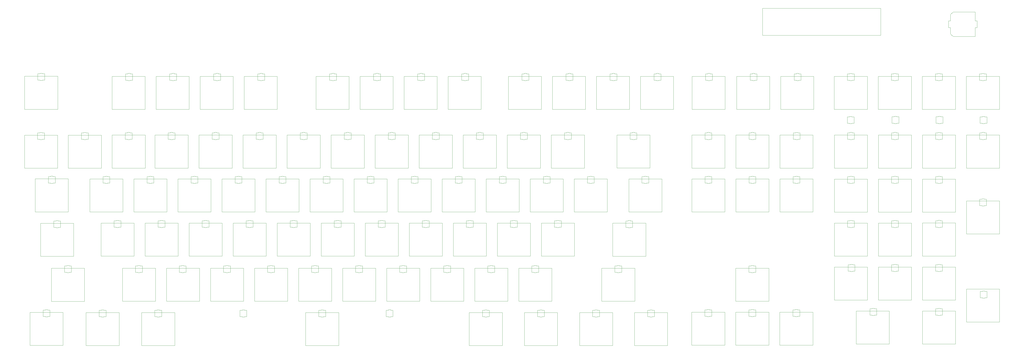
<source format=gbr>
%TF.GenerationSoftware,KiCad,Pcbnew,(5.1.10)-1*%
%TF.CreationDate,2021-09-26T01:53:15+10:00*%
%TF.ProjectId,RedPyKeeb_mainboard,52656450-794b-4656-9562-5f6d61696e62,rev?*%
%TF.SameCoordinates,Original*%
%TF.FileFunction,Other,User*%
%FSLAX46Y46*%
G04 Gerber Fmt 4.6, Leading zero omitted, Abs format (unit mm)*
G04 Created by KiCad (PCBNEW (5.1.10)-1) date 2021-09-26 01:53:15*
%MOMM*%
%LPD*%
G01*
G04 APERTURE LIST*
%ADD10C,0.050000*%
G04 APERTURE END LIST*
D10*
%TO.C,C6*%
X424038700Y-26874600D02*
X424888700Y-26874600D01*
X424038700Y-23874600D02*
X424038700Y-26874600D01*
X424888700Y-23874600D02*
X424038700Y-23874600D01*
X424888700Y-26874600D02*
X424888700Y-29624600D01*
X424888700Y-21124600D02*
X424888700Y-23874600D01*
X424888700Y-21124600D02*
X426038700Y-19974600D01*
X424888700Y-29624600D02*
X426038700Y-30774600D01*
X426038700Y-19974600D02*
X435688700Y-19974600D01*
X426038700Y-30774600D02*
X435688700Y-30774600D01*
X435688700Y-26874600D02*
X435688700Y-30774600D01*
X436538700Y-26874600D02*
X435688700Y-26874600D01*
X436538700Y-23874600D02*
X436538700Y-26874600D01*
X435688700Y-23874600D02*
X436538700Y-23874600D01*
X435688700Y-19974600D02*
X435688700Y-23874600D01*
%TO.C,LD0\u002C0*%
X24738200Y-49914000D02*
X24738200Y-47114000D01*
X27738200Y-49914000D02*
X27738200Y-47114000D01*
X26738200Y-47114000D02*
X26738200Y-46934000D01*
X26738200Y-46934000D02*
X25738200Y-46934000D01*
X25738200Y-46934000D02*
X25738200Y-47114000D01*
X26738200Y-49914000D02*
X26738200Y-50094000D01*
X26738200Y-50094000D02*
X25738200Y-50094000D01*
X25738200Y-50094000D02*
X25738200Y-49914000D01*
X25738200Y-49914000D02*
X24738200Y-49914000D01*
X27738200Y-49914000D02*
X26738200Y-49914000D01*
X26738200Y-47114000D02*
X27738200Y-47114000D01*
X24738200Y-47114000D02*
X25738200Y-47114000D01*
%TO.C,LD3\u002C5\u002C1*%
X177455700Y-153749200D02*
X177455700Y-150949200D01*
X180455700Y-153749200D02*
X180455700Y-150949200D01*
X179455700Y-150949200D02*
X179455700Y-150769200D01*
X179455700Y-150769200D02*
X178455700Y-150769200D01*
X178455700Y-150769200D02*
X178455700Y-150949200D01*
X179455700Y-153749200D02*
X179455700Y-153929200D01*
X179455700Y-153929200D02*
X178455700Y-153929200D01*
X178455700Y-153929200D02*
X178455700Y-153749200D01*
X178455700Y-153749200D02*
X177455700Y-153749200D01*
X180455700Y-153749200D02*
X179455700Y-153749200D01*
X179455700Y-150949200D02*
X180455700Y-150949200D01*
X177455700Y-150949200D02*
X178455700Y-150949200D01*
%TO.C,LD3\u002C5\u002C0*%
X113358800Y-153761900D02*
X113358800Y-150961900D01*
X116358800Y-153761900D02*
X116358800Y-150961900D01*
X115358800Y-150961900D02*
X115358800Y-150781900D01*
X115358800Y-150781900D02*
X114358800Y-150781900D01*
X114358800Y-150781900D02*
X114358800Y-150961900D01*
X115358800Y-153761900D02*
X115358800Y-153941900D01*
X115358800Y-153941900D02*
X114358800Y-153941900D01*
X114358800Y-153941900D02*
X114358800Y-153761900D01*
X114358800Y-153761900D02*
X113358800Y-153761900D01*
X116358800Y-153761900D02*
X115358800Y-153761900D01*
X115358800Y-150961900D02*
X116358800Y-150961900D01*
X113358800Y-150961900D02*
X114358800Y-150961900D01*
%TO.C,LD20\u002C7*%
X437831100Y-68875100D02*
X437831100Y-66075100D01*
X440831100Y-68875100D02*
X440831100Y-66075100D01*
X439831100Y-66075100D02*
X439831100Y-65895100D01*
X439831100Y-65895100D02*
X438831100Y-65895100D01*
X438831100Y-65895100D02*
X438831100Y-66075100D01*
X439831100Y-68875100D02*
X439831100Y-69055100D01*
X439831100Y-69055100D02*
X438831100Y-69055100D01*
X438831100Y-69055100D02*
X438831100Y-68875100D01*
X438831100Y-68875100D02*
X437831100Y-68875100D01*
X440831100Y-68875100D02*
X439831100Y-68875100D01*
X439831100Y-66075100D02*
X440831100Y-66075100D01*
X437831100Y-66075100D02*
X438831100Y-66075100D01*
%TO.C,LD20\u002C0*%
X437577100Y-49964800D02*
X437577100Y-47164800D01*
X440577100Y-49964800D02*
X440577100Y-47164800D01*
X439577100Y-47164800D02*
X439577100Y-46984800D01*
X439577100Y-46984800D02*
X438577100Y-46984800D01*
X438577100Y-46984800D02*
X438577100Y-47164800D01*
X439577100Y-49964800D02*
X439577100Y-50144800D01*
X439577100Y-50144800D02*
X438577100Y-50144800D01*
X438577100Y-50144800D02*
X438577100Y-49964800D01*
X438577100Y-49964800D02*
X437577100Y-49964800D01*
X440577100Y-49964800D02*
X439577100Y-49964800D01*
X439577100Y-47164800D02*
X440577100Y-47164800D01*
X437577100Y-47164800D02*
X438577100Y-47164800D01*
%TO.C,LD20\u002C1*%
X437640600Y-75860100D02*
X437640600Y-73060100D01*
X440640600Y-75860100D02*
X440640600Y-73060100D01*
X439640600Y-73060100D02*
X439640600Y-72880100D01*
X439640600Y-72880100D02*
X438640600Y-72880100D01*
X438640600Y-72880100D02*
X438640600Y-73060100D01*
X439640600Y-75860100D02*
X439640600Y-76040100D01*
X439640600Y-76040100D02*
X438640600Y-76040100D01*
X438640600Y-76040100D02*
X438640600Y-75860100D01*
X438640600Y-75860100D02*
X437640600Y-75860100D01*
X440640600Y-75860100D02*
X439640600Y-75860100D01*
X439640600Y-73060100D02*
X440640600Y-73060100D01*
X437640600Y-73060100D02*
X438640600Y-73060100D01*
%TO.C,LD19\u002C6*%
X437894600Y-145519600D02*
X437894600Y-142719600D01*
X440894600Y-145519600D02*
X440894600Y-142719600D01*
X439894600Y-142719600D02*
X439894600Y-142539600D01*
X439894600Y-142539600D02*
X438894600Y-142539600D01*
X438894600Y-142539600D02*
X438894600Y-142719600D01*
X439894600Y-145519600D02*
X439894600Y-145699600D01*
X439894600Y-145699600D02*
X438894600Y-145699600D01*
X438894600Y-145699600D02*
X438894600Y-145519600D01*
X438894600Y-145519600D02*
X437894600Y-145519600D01*
X440894600Y-145519600D02*
X439894600Y-145519600D01*
X439894600Y-142719600D02*
X440894600Y-142719600D01*
X437894600Y-142719600D02*
X438894600Y-142719600D01*
%TO.C,LD19\u002C3*%
X418336600Y-95126000D02*
X418336600Y-92326000D01*
X421336600Y-95126000D02*
X421336600Y-92326000D01*
X420336600Y-92326000D02*
X420336600Y-92146000D01*
X420336600Y-92146000D02*
X419336600Y-92146000D01*
X419336600Y-92146000D02*
X419336600Y-92326000D01*
X420336600Y-95126000D02*
X420336600Y-95306000D01*
X420336600Y-95306000D02*
X419336600Y-95306000D01*
X419336600Y-95306000D02*
X419336600Y-95126000D01*
X419336600Y-95126000D02*
X418336600Y-95126000D01*
X421336600Y-95126000D02*
X420336600Y-95126000D01*
X420336600Y-92326000D02*
X421336600Y-92326000D01*
X418336600Y-92326000D02*
X419336600Y-92326000D01*
%TO.C,LD19\u002C4*%
X437640600Y-105006600D02*
X437640600Y-102206600D01*
X440640600Y-105006600D02*
X440640600Y-102206600D01*
X439640600Y-102206600D02*
X439640600Y-102026600D01*
X439640600Y-102026600D02*
X438640600Y-102026600D01*
X438640600Y-102026600D02*
X438640600Y-102206600D01*
X439640600Y-105006600D02*
X439640600Y-105186600D01*
X439640600Y-105186600D02*
X438640600Y-105186600D01*
X438640600Y-105186600D02*
X438640600Y-105006600D01*
X438640600Y-105006600D02*
X437640600Y-105006600D01*
X440640600Y-105006600D02*
X439640600Y-105006600D01*
X439640600Y-102206600D02*
X440640600Y-102206600D01*
X437640600Y-102206600D02*
X438640600Y-102206600D01*
%TO.C,LD19\u002C1*%
X418336600Y-75872800D02*
X418336600Y-73072800D01*
X421336600Y-75872800D02*
X421336600Y-73072800D01*
X420336600Y-73072800D02*
X420336600Y-72892800D01*
X420336600Y-72892800D02*
X419336600Y-72892800D01*
X419336600Y-72892800D02*
X419336600Y-73072800D01*
X420336600Y-75872800D02*
X420336600Y-76052800D01*
X420336600Y-76052800D02*
X419336600Y-76052800D01*
X419336600Y-76052800D02*
X419336600Y-75872800D01*
X419336600Y-75872800D02*
X418336600Y-75872800D01*
X421336600Y-75872800D02*
X420336600Y-75872800D01*
X420336600Y-73072800D02*
X421336600Y-73072800D01*
X418336600Y-73072800D02*
X419336600Y-73072800D01*
%TO.C,LD19\u002C0*%
X418260400Y-49964800D02*
X418260400Y-47164800D01*
X421260400Y-49964800D02*
X421260400Y-47164800D01*
X420260400Y-47164800D02*
X420260400Y-46984800D01*
X420260400Y-46984800D02*
X419260400Y-46984800D01*
X419260400Y-46984800D02*
X419260400Y-47164800D01*
X420260400Y-49964800D02*
X420260400Y-50144800D01*
X420260400Y-50144800D02*
X419260400Y-50144800D01*
X419260400Y-50144800D02*
X419260400Y-49964800D01*
X419260400Y-49964800D02*
X418260400Y-49964800D01*
X421260400Y-49964800D02*
X420260400Y-49964800D01*
X420260400Y-47164800D02*
X421260400Y-47164800D01*
X418260400Y-47164800D02*
X419260400Y-47164800D01*
%TO.C,LD19\u002C7*%
X418527100Y-68824300D02*
X418527100Y-66024300D01*
X421527100Y-68824300D02*
X421527100Y-66024300D01*
X420527100Y-66024300D02*
X420527100Y-65844300D01*
X420527100Y-65844300D02*
X419527100Y-65844300D01*
X419527100Y-65844300D02*
X419527100Y-66024300D01*
X420527100Y-68824300D02*
X420527100Y-69004300D01*
X420527100Y-69004300D02*
X419527100Y-69004300D01*
X419527100Y-69004300D02*
X419527100Y-68824300D01*
X419527100Y-68824300D02*
X418527100Y-68824300D01*
X421527100Y-68824300D02*
X420527100Y-68824300D01*
X420527100Y-66024300D02*
X421527100Y-66024300D01*
X418527100Y-66024300D02*
X419527100Y-66024300D01*
%TO.C,LD18\u002C0*%
X398956400Y-49964800D02*
X398956400Y-47164800D01*
X401956400Y-49964800D02*
X401956400Y-47164800D01*
X400956400Y-47164800D02*
X400956400Y-46984800D01*
X400956400Y-46984800D02*
X399956400Y-46984800D01*
X399956400Y-46984800D02*
X399956400Y-47164800D01*
X400956400Y-49964800D02*
X400956400Y-50144800D01*
X400956400Y-50144800D02*
X399956400Y-50144800D01*
X399956400Y-50144800D02*
X399956400Y-49964800D01*
X399956400Y-49964800D02*
X398956400Y-49964800D01*
X401956400Y-49964800D02*
X400956400Y-49964800D01*
X400956400Y-47164800D02*
X401956400Y-47164800D01*
X398956400Y-47164800D02*
X399956400Y-47164800D01*
%TO.C,LD18\u002C3*%
X399032600Y-95126000D02*
X399032600Y-92326000D01*
X402032600Y-95126000D02*
X402032600Y-92326000D01*
X401032600Y-92326000D02*
X401032600Y-92146000D01*
X401032600Y-92146000D02*
X400032600Y-92146000D01*
X400032600Y-92146000D02*
X400032600Y-92326000D01*
X401032600Y-95126000D02*
X401032600Y-95306000D01*
X401032600Y-95306000D02*
X400032600Y-95306000D01*
X400032600Y-95306000D02*
X400032600Y-95126000D01*
X400032600Y-95126000D02*
X399032600Y-95126000D01*
X402032600Y-95126000D02*
X401032600Y-95126000D01*
X401032600Y-92326000D02*
X402032600Y-92326000D01*
X399032600Y-92326000D02*
X400032600Y-92326000D01*
%TO.C,LD18\u002C4*%
X418336600Y-114468100D02*
X418336600Y-111668100D01*
X421336600Y-114468100D02*
X421336600Y-111668100D01*
X420336600Y-111668100D02*
X420336600Y-111488100D01*
X420336600Y-111488100D02*
X419336600Y-111488100D01*
X419336600Y-111488100D02*
X419336600Y-111668100D01*
X420336600Y-114468100D02*
X420336600Y-114648100D01*
X420336600Y-114648100D02*
X419336600Y-114648100D01*
X419336600Y-114648100D02*
X419336600Y-114468100D01*
X419336600Y-114468100D02*
X418336600Y-114468100D01*
X421336600Y-114468100D02*
X420336600Y-114468100D01*
X420336600Y-111668100D02*
X421336600Y-111668100D01*
X418336600Y-111668100D02*
X419336600Y-111668100D01*
%TO.C,LD18\u002C5*%
X418336600Y-133835600D02*
X418336600Y-131035600D01*
X421336600Y-133835600D02*
X421336600Y-131035600D01*
X420336600Y-131035600D02*
X420336600Y-130855600D01*
X420336600Y-130855600D02*
X419336600Y-130855600D01*
X419336600Y-130855600D02*
X419336600Y-131035600D01*
X420336600Y-133835600D02*
X420336600Y-134015600D01*
X420336600Y-134015600D02*
X419336600Y-134015600D01*
X419336600Y-134015600D02*
X419336600Y-133835600D01*
X419336600Y-133835600D02*
X418336600Y-133835600D01*
X421336600Y-133835600D02*
X420336600Y-133835600D01*
X420336600Y-131035600D02*
X421336600Y-131035600D01*
X418336600Y-131035600D02*
X419336600Y-131035600D01*
%TO.C,LD18\u002C7*%
X399223100Y-68824300D02*
X399223100Y-66024300D01*
X402223100Y-68824300D02*
X402223100Y-66024300D01*
X401223100Y-66024300D02*
X401223100Y-65844300D01*
X401223100Y-65844300D02*
X400223100Y-65844300D01*
X400223100Y-65844300D02*
X400223100Y-66024300D01*
X401223100Y-68824300D02*
X401223100Y-69004300D01*
X401223100Y-69004300D02*
X400223100Y-69004300D01*
X400223100Y-69004300D02*
X400223100Y-68824300D01*
X400223100Y-68824300D02*
X399223100Y-68824300D01*
X402223100Y-68824300D02*
X401223100Y-68824300D01*
X401223100Y-66024300D02*
X402223100Y-66024300D01*
X399223100Y-66024300D02*
X400223100Y-66024300D01*
%TO.C,LD18\u002C1*%
X399032600Y-75860100D02*
X399032600Y-73060100D01*
X402032600Y-75860100D02*
X402032600Y-73060100D01*
X401032600Y-73060100D02*
X401032600Y-72880100D01*
X401032600Y-72880100D02*
X400032600Y-72880100D01*
X400032600Y-72880100D02*
X400032600Y-73060100D01*
X401032600Y-75860100D02*
X401032600Y-76040100D01*
X401032600Y-76040100D02*
X400032600Y-76040100D01*
X400032600Y-76040100D02*
X400032600Y-75860100D01*
X400032600Y-75860100D02*
X399032600Y-75860100D01*
X402032600Y-75860100D02*
X401032600Y-75860100D01*
X401032600Y-73060100D02*
X402032600Y-73060100D01*
X399032600Y-73060100D02*
X400032600Y-73060100D01*
%TO.C,LD18\u002C6*%
X418336600Y-153139600D02*
X418336600Y-150339600D01*
X421336600Y-153139600D02*
X421336600Y-150339600D01*
X420336600Y-150339600D02*
X420336600Y-150159600D01*
X420336600Y-150159600D02*
X419336600Y-150159600D01*
X419336600Y-150159600D02*
X419336600Y-150339600D01*
X420336600Y-153139600D02*
X420336600Y-153319600D01*
X420336600Y-153319600D02*
X419336600Y-153319600D01*
X419336600Y-153319600D02*
X419336600Y-153139600D01*
X419336600Y-153139600D02*
X418336600Y-153139600D01*
X421336600Y-153139600D02*
X420336600Y-153139600D01*
X420336600Y-150339600D02*
X421336600Y-150339600D01*
X418336600Y-150339600D02*
X419336600Y-150339600D01*
%TO.C,LD17\u002C4*%
X399032600Y-114531600D02*
X399032600Y-111731600D01*
X402032600Y-114531600D02*
X402032600Y-111731600D01*
X401032600Y-111731600D02*
X401032600Y-111551600D01*
X401032600Y-111551600D02*
X400032600Y-111551600D01*
X400032600Y-111551600D02*
X400032600Y-111731600D01*
X401032600Y-114531600D02*
X401032600Y-114711600D01*
X401032600Y-114711600D02*
X400032600Y-114711600D01*
X400032600Y-114711600D02*
X400032600Y-114531600D01*
X400032600Y-114531600D02*
X399032600Y-114531600D01*
X402032600Y-114531600D02*
X401032600Y-114531600D01*
X401032600Y-111731600D02*
X402032600Y-111731600D01*
X399032600Y-111731600D02*
X400032600Y-111731600D01*
%TO.C,LD17\u002C3*%
X379728600Y-95126000D02*
X379728600Y-92326000D01*
X382728600Y-95126000D02*
X382728600Y-92326000D01*
X381728600Y-92326000D02*
X381728600Y-92146000D01*
X381728600Y-92146000D02*
X380728600Y-92146000D01*
X380728600Y-92146000D02*
X380728600Y-92326000D01*
X381728600Y-95126000D02*
X381728600Y-95306000D01*
X381728600Y-95306000D02*
X380728600Y-95306000D01*
X380728600Y-95306000D02*
X380728600Y-95126000D01*
X380728600Y-95126000D02*
X379728600Y-95126000D01*
X382728600Y-95126000D02*
X381728600Y-95126000D01*
X381728600Y-92326000D02*
X382728600Y-92326000D01*
X379728600Y-92326000D02*
X380728600Y-92326000D01*
%TO.C,LD17\u002C6*%
X389507600Y-153139600D02*
X389507600Y-150339600D01*
X392507600Y-153139600D02*
X392507600Y-150339600D01*
X391507600Y-150339600D02*
X391507600Y-150159600D01*
X391507600Y-150159600D02*
X390507600Y-150159600D01*
X390507600Y-150159600D02*
X390507600Y-150339600D01*
X391507600Y-153139600D02*
X391507600Y-153319600D01*
X391507600Y-153319600D02*
X390507600Y-153319600D01*
X390507600Y-153319600D02*
X390507600Y-153139600D01*
X390507600Y-153139600D02*
X389507600Y-153139600D01*
X392507600Y-153139600D02*
X391507600Y-153139600D01*
X391507600Y-150339600D02*
X392507600Y-150339600D01*
X389507600Y-150339600D02*
X390507600Y-150339600D01*
%TO.C,LD17\u002C5*%
X399032600Y-133835600D02*
X399032600Y-131035600D01*
X402032600Y-133835600D02*
X402032600Y-131035600D01*
X401032600Y-131035600D02*
X401032600Y-130855600D01*
X401032600Y-130855600D02*
X400032600Y-130855600D01*
X400032600Y-130855600D02*
X400032600Y-131035600D01*
X401032600Y-133835600D02*
X401032600Y-134015600D01*
X401032600Y-134015600D02*
X400032600Y-134015600D01*
X400032600Y-134015600D02*
X400032600Y-133835600D01*
X400032600Y-133835600D02*
X399032600Y-133835600D01*
X402032600Y-133835600D02*
X401032600Y-133835600D01*
X401032600Y-131035600D02*
X402032600Y-131035600D01*
X399032600Y-131035600D02*
X400032600Y-131035600D01*
%TO.C,LD17\u002C1*%
X379728600Y-75860100D02*
X379728600Y-73060100D01*
X382728600Y-75860100D02*
X382728600Y-73060100D01*
X381728600Y-73060100D02*
X381728600Y-72880100D01*
X381728600Y-72880100D02*
X380728600Y-72880100D01*
X380728600Y-72880100D02*
X380728600Y-73060100D01*
X381728600Y-75860100D02*
X381728600Y-76040100D01*
X381728600Y-76040100D02*
X380728600Y-76040100D01*
X380728600Y-76040100D02*
X380728600Y-75860100D01*
X380728600Y-75860100D02*
X379728600Y-75860100D01*
X382728600Y-75860100D02*
X381728600Y-75860100D01*
X381728600Y-73060100D02*
X382728600Y-73060100D01*
X379728600Y-73060100D02*
X380728600Y-73060100D01*
%TO.C,LD17\u002C0*%
X379652400Y-49964800D02*
X379652400Y-47164800D01*
X382652400Y-49964800D02*
X382652400Y-47164800D01*
X381652400Y-47164800D02*
X381652400Y-46984800D01*
X381652400Y-46984800D02*
X380652400Y-46984800D01*
X380652400Y-46984800D02*
X380652400Y-47164800D01*
X381652400Y-49964800D02*
X381652400Y-50144800D01*
X381652400Y-50144800D02*
X380652400Y-50144800D01*
X380652400Y-50144800D02*
X380652400Y-49964800D01*
X380652400Y-49964800D02*
X379652400Y-49964800D01*
X382652400Y-49964800D02*
X381652400Y-49964800D01*
X381652400Y-47164800D02*
X382652400Y-47164800D01*
X379652400Y-47164800D02*
X380652400Y-47164800D01*
%TO.C,LD17\u002C7*%
X379601600Y-68875100D02*
X379601600Y-66075100D01*
X382601600Y-68875100D02*
X382601600Y-66075100D01*
X381601600Y-66075100D02*
X381601600Y-65895100D01*
X381601600Y-65895100D02*
X380601600Y-65895100D01*
X380601600Y-65895100D02*
X380601600Y-66075100D01*
X381601600Y-68875100D02*
X381601600Y-69055100D01*
X381601600Y-69055100D02*
X380601600Y-69055100D01*
X380601600Y-69055100D02*
X380601600Y-68875100D01*
X380601600Y-68875100D02*
X379601600Y-68875100D01*
X382601600Y-68875100D02*
X381601600Y-68875100D01*
X381601600Y-66075100D02*
X382601600Y-66075100D01*
X379601600Y-66075100D02*
X380601600Y-66075100D01*
%TO.C,LD16\u002C5*%
X379982600Y-133835600D02*
X379982600Y-131035600D01*
X382982600Y-133835600D02*
X382982600Y-131035600D01*
X381982600Y-131035600D02*
X381982600Y-130855600D01*
X381982600Y-130855600D02*
X380982600Y-130855600D01*
X380982600Y-130855600D02*
X380982600Y-131035600D01*
X381982600Y-133835600D02*
X381982600Y-134015600D01*
X381982600Y-134015600D02*
X380982600Y-134015600D01*
X380982600Y-134015600D02*
X380982600Y-133835600D01*
X380982600Y-133835600D02*
X379982600Y-133835600D01*
X382982600Y-133835600D02*
X381982600Y-133835600D01*
X381982600Y-131035600D02*
X382982600Y-131035600D01*
X379982600Y-131035600D02*
X380982600Y-131035600D01*
%TO.C,LD16\u002C3*%
X355852600Y-95100600D02*
X355852600Y-92300600D01*
X358852600Y-95100600D02*
X358852600Y-92300600D01*
X357852600Y-92300600D02*
X357852600Y-92120600D01*
X357852600Y-92120600D02*
X356852600Y-92120600D01*
X356852600Y-92120600D02*
X356852600Y-92300600D01*
X357852600Y-95100600D02*
X357852600Y-95280600D01*
X357852600Y-95280600D02*
X356852600Y-95280600D01*
X356852600Y-95280600D02*
X356852600Y-95100600D01*
X356852600Y-95100600D02*
X355852600Y-95100600D01*
X358852600Y-95100600D02*
X357852600Y-95100600D01*
X357852600Y-92300600D02*
X358852600Y-92300600D01*
X355852600Y-92300600D02*
X356852600Y-92300600D01*
%TO.C,LD16\u002C1*%
X355930800Y-75885500D02*
X355930800Y-73085500D01*
X358930800Y-75885500D02*
X358930800Y-73085500D01*
X357930800Y-73085500D02*
X357930800Y-72905500D01*
X357930800Y-72905500D02*
X356930800Y-72905500D01*
X356930800Y-72905500D02*
X356930800Y-73085500D01*
X357930800Y-75885500D02*
X357930800Y-76065500D01*
X357930800Y-76065500D02*
X356930800Y-76065500D01*
X356930800Y-76065500D02*
X356930800Y-75885500D01*
X356930800Y-75885500D02*
X355930800Y-75885500D01*
X358930800Y-75885500D02*
X357930800Y-75885500D01*
X357930800Y-73085500D02*
X358930800Y-73085500D01*
X355930800Y-73085500D02*
X356930800Y-73085500D01*
%TO.C,LD16\u002C6*%
X355789100Y-153647600D02*
X355789100Y-150847600D01*
X358789100Y-153647600D02*
X358789100Y-150847600D01*
X357789100Y-150847600D02*
X357789100Y-150667600D01*
X357789100Y-150667600D02*
X356789100Y-150667600D01*
X356789100Y-150667600D02*
X356789100Y-150847600D01*
X357789100Y-153647600D02*
X357789100Y-153827600D01*
X357789100Y-153827600D02*
X356789100Y-153827600D01*
X356789100Y-153827600D02*
X356789100Y-153647600D01*
X356789100Y-153647600D02*
X355789100Y-153647600D01*
X358789100Y-153647600D02*
X357789100Y-153647600D01*
X357789100Y-150847600D02*
X358789100Y-150847600D01*
X355789100Y-150847600D02*
X356789100Y-150847600D01*
%TO.C,LD16\u002C0*%
X356347900Y-49952100D02*
X356347900Y-47152100D01*
X359347900Y-49952100D02*
X359347900Y-47152100D01*
X358347900Y-47152100D02*
X358347900Y-46972100D01*
X358347900Y-46972100D02*
X357347900Y-46972100D01*
X357347900Y-46972100D02*
X357347900Y-47152100D01*
X358347900Y-49952100D02*
X358347900Y-50132100D01*
X358347900Y-50132100D02*
X357347900Y-50132100D01*
X357347900Y-50132100D02*
X357347900Y-49952100D01*
X357347900Y-49952100D02*
X356347900Y-49952100D01*
X359347900Y-49952100D02*
X358347900Y-49952100D01*
X358347900Y-47152100D02*
X359347900Y-47152100D01*
X356347900Y-47152100D02*
X357347900Y-47152100D01*
%TO.C,LD16\u002C4*%
X379728600Y-114531600D02*
X379728600Y-111731600D01*
X382728600Y-114531600D02*
X382728600Y-111731600D01*
X381728600Y-111731600D02*
X381728600Y-111551600D01*
X381728600Y-111551600D02*
X380728600Y-111551600D01*
X380728600Y-111551600D02*
X380728600Y-111731600D01*
X381728600Y-114531600D02*
X381728600Y-114711600D01*
X381728600Y-114711600D02*
X380728600Y-114711600D01*
X380728600Y-114711600D02*
X380728600Y-114531600D01*
X380728600Y-114531600D02*
X379728600Y-114531600D01*
X382728600Y-114531600D02*
X381728600Y-114531600D01*
X381728600Y-111731600D02*
X382728600Y-111731600D01*
X379728600Y-111731600D02*
X380728600Y-111731600D01*
%TO.C,LD15\u002C0*%
X337043900Y-49952100D02*
X337043900Y-47152100D01*
X340043900Y-49952100D02*
X340043900Y-47152100D01*
X339043900Y-47152100D02*
X339043900Y-46972100D01*
X339043900Y-46972100D02*
X338043900Y-46972100D01*
X338043900Y-46972100D02*
X338043900Y-47152100D01*
X339043900Y-49952100D02*
X339043900Y-50132100D01*
X339043900Y-50132100D02*
X338043900Y-50132100D01*
X338043900Y-50132100D02*
X338043900Y-49952100D01*
X338043900Y-49952100D02*
X337043900Y-49952100D01*
X340043900Y-49952100D02*
X339043900Y-49952100D01*
X339043900Y-47152100D02*
X340043900Y-47152100D01*
X337043900Y-47152100D02*
X338043900Y-47152100D01*
%TO.C,LD15\u002C5*%
X336485100Y-134292800D02*
X336485100Y-131492800D01*
X339485100Y-134292800D02*
X339485100Y-131492800D01*
X338485100Y-131492800D02*
X338485100Y-131312800D01*
X338485100Y-131312800D02*
X337485100Y-131312800D01*
X337485100Y-131312800D02*
X337485100Y-131492800D01*
X338485100Y-134292800D02*
X338485100Y-134472800D01*
X338485100Y-134472800D02*
X337485100Y-134472800D01*
X337485100Y-134472800D02*
X337485100Y-134292800D01*
X337485100Y-134292800D02*
X336485100Y-134292800D01*
X339485100Y-134292800D02*
X338485100Y-134292800D01*
X338485100Y-131492800D02*
X339485100Y-131492800D01*
X336485100Y-131492800D02*
X337485100Y-131492800D01*
%TO.C,LD15\u002C6*%
X336485100Y-153647600D02*
X336485100Y-150847600D01*
X339485100Y-153647600D02*
X339485100Y-150847600D01*
X338485100Y-150847600D02*
X338485100Y-150667600D01*
X338485100Y-150667600D02*
X337485100Y-150667600D01*
X337485100Y-150667600D02*
X337485100Y-150847600D01*
X338485100Y-153647600D02*
X338485100Y-153827600D01*
X338485100Y-153827600D02*
X337485100Y-153827600D01*
X337485100Y-153827600D02*
X337485100Y-153647600D01*
X337485100Y-153647600D02*
X336485100Y-153647600D01*
X339485100Y-153647600D02*
X338485100Y-153647600D01*
X338485100Y-150847600D02*
X339485100Y-150847600D01*
X336485100Y-150847600D02*
X337485100Y-150847600D01*
%TO.C,LD15\u002C3*%
X336548600Y-95100600D02*
X336548600Y-92300600D01*
X339548600Y-95100600D02*
X339548600Y-92300600D01*
X338548600Y-92300600D02*
X338548600Y-92120600D01*
X338548600Y-92120600D02*
X337548600Y-92120600D01*
X337548600Y-92120600D02*
X337548600Y-92300600D01*
X338548600Y-95100600D02*
X338548600Y-95280600D01*
X338548600Y-95280600D02*
X337548600Y-95280600D01*
X337548600Y-95280600D02*
X337548600Y-95100600D01*
X337548600Y-95100600D02*
X336548600Y-95100600D01*
X339548600Y-95100600D02*
X338548600Y-95100600D01*
X338548600Y-92300600D02*
X339548600Y-92300600D01*
X336548600Y-92300600D02*
X337548600Y-92300600D01*
%TO.C,LD15\u002C1*%
X336548600Y-75860100D02*
X336548600Y-73060100D01*
X339548600Y-75860100D02*
X339548600Y-73060100D01*
X338548600Y-73060100D02*
X338548600Y-72880100D01*
X338548600Y-72880100D02*
X337548600Y-72880100D01*
X337548600Y-72880100D02*
X337548600Y-73060100D01*
X338548600Y-75860100D02*
X338548600Y-76040100D01*
X338548600Y-76040100D02*
X337548600Y-76040100D01*
X337548600Y-76040100D02*
X337548600Y-75860100D01*
X337548600Y-75860100D02*
X336548600Y-75860100D01*
X339548600Y-75860100D02*
X338548600Y-75860100D01*
X338548600Y-73060100D02*
X339548600Y-73060100D01*
X336548600Y-73060100D02*
X337548600Y-73060100D01*
%TO.C,LD14\u002C1*%
X317244600Y-75860100D02*
X317244600Y-73060100D01*
X320244600Y-75860100D02*
X320244600Y-73060100D01*
X319244600Y-73060100D02*
X319244600Y-72880100D01*
X319244600Y-72880100D02*
X318244600Y-72880100D01*
X318244600Y-72880100D02*
X318244600Y-73060100D01*
X319244600Y-75860100D02*
X319244600Y-76040100D01*
X319244600Y-76040100D02*
X318244600Y-76040100D01*
X318244600Y-76040100D02*
X318244600Y-75860100D01*
X318244600Y-75860100D02*
X317244600Y-75860100D01*
X320244600Y-75860100D02*
X319244600Y-75860100D01*
X319244600Y-73060100D02*
X320244600Y-73060100D01*
X317244600Y-73060100D02*
X318244600Y-73060100D01*
%TO.C,LD14\u002C3*%
X317244600Y-95100600D02*
X317244600Y-92300600D01*
X320244600Y-95100600D02*
X320244600Y-92300600D01*
X319244600Y-92300600D02*
X319244600Y-92120600D01*
X319244600Y-92120600D02*
X318244600Y-92120600D01*
X318244600Y-92120600D02*
X318244600Y-92300600D01*
X319244600Y-95100600D02*
X319244600Y-95280600D01*
X319244600Y-95280600D02*
X318244600Y-95280600D01*
X318244600Y-95280600D02*
X318244600Y-95100600D01*
X318244600Y-95100600D02*
X317244600Y-95100600D01*
X320244600Y-95100600D02*
X319244600Y-95100600D01*
X319244600Y-92300600D02*
X320244600Y-92300600D01*
X317244600Y-92300600D02*
X318244600Y-92300600D01*
%TO.C,LD14\u002C0*%
X317485900Y-49952100D02*
X317485900Y-47152100D01*
X320485900Y-49952100D02*
X320485900Y-47152100D01*
X319485900Y-47152100D02*
X319485900Y-46972100D01*
X319485900Y-46972100D02*
X318485900Y-46972100D01*
X318485900Y-46972100D02*
X318485900Y-47152100D01*
X319485900Y-49952100D02*
X319485900Y-50132100D01*
X319485900Y-50132100D02*
X318485900Y-50132100D01*
X318485900Y-50132100D02*
X318485900Y-49952100D01*
X318485900Y-49952100D02*
X317485900Y-49952100D01*
X320485900Y-49952100D02*
X319485900Y-49952100D01*
X319485900Y-47152100D02*
X320485900Y-47152100D01*
X317485900Y-47152100D02*
X318485900Y-47152100D01*
%TO.C,LD14\u002C6*%
X317181100Y-153647600D02*
X317181100Y-150847600D01*
X320181100Y-153647600D02*
X320181100Y-150847600D01*
X319181100Y-150847600D02*
X319181100Y-150667600D01*
X319181100Y-150667600D02*
X318181100Y-150667600D01*
X318181100Y-150667600D02*
X318181100Y-150847600D01*
X319181100Y-153647600D02*
X319181100Y-153827600D01*
X319181100Y-153827600D02*
X318181100Y-153827600D01*
X318181100Y-153827600D02*
X318181100Y-153647600D01*
X318181100Y-153647600D02*
X317181100Y-153647600D01*
X320181100Y-153647600D02*
X319181100Y-153647600D01*
X319181100Y-150847600D02*
X320181100Y-150847600D01*
X317181100Y-150847600D02*
X318181100Y-150847600D01*
%TO.C,LD13\u002C1*%
X284389700Y-75860100D02*
X284389700Y-73060100D01*
X287389700Y-75860100D02*
X287389700Y-73060100D01*
X286389700Y-73060100D02*
X286389700Y-72880100D01*
X286389700Y-72880100D02*
X285389700Y-72880100D01*
X285389700Y-72880100D02*
X285389700Y-73060100D01*
X286389700Y-75860100D02*
X286389700Y-76040100D01*
X286389700Y-76040100D02*
X285389700Y-76040100D01*
X285389700Y-76040100D02*
X285389700Y-75860100D01*
X285389700Y-75860100D02*
X284389700Y-75860100D01*
X287389700Y-75860100D02*
X286389700Y-75860100D01*
X286389700Y-73060100D02*
X287389700Y-73060100D01*
X284389700Y-73060100D02*
X285389700Y-73060100D01*
%TO.C,LD13\u002C2*%
X289584000Y-95126000D02*
X289584000Y-92326000D01*
X292584000Y-95126000D02*
X292584000Y-92326000D01*
X291584000Y-92326000D02*
X291584000Y-92146000D01*
X291584000Y-92146000D02*
X290584000Y-92146000D01*
X290584000Y-92146000D02*
X290584000Y-92326000D01*
X291584000Y-95126000D02*
X291584000Y-95306000D01*
X291584000Y-95306000D02*
X290584000Y-95306000D01*
X290584000Y-95306000D02*
X290584000Y-95126000D01*
X290584000Y-95126000D02*
X289584000Y-95126000D01*
X292584000Y-95126000D02*
X291584000Y-95126000D01*
X291584000Y-92326000D02*
X292584000Y-92326000D01*
X289584000Y-92326000D02*
X290584000Y-92326000D01*
%TO.C,LD12\u002C0*%
X294915460Y-49952100D02*
X294915460Y-47152100D01*
X297915460Y-49952100D02*
X297915460Y-47152100D01*
X296915460Y-47152100D02*
X296915460Y-46972100D01*
X296915460Y-46972100D02*
X295915460Y-46972100D01*
X295915460Y-46972100D02*
X295915460Y-47152100D01*
X296915460Y-49952100D02*
X296915460Y-50132100D01*
X296915460Y-50132100D02*
X295915460Y-50132100D01*
X295915460Y-50132100D02*
X295915460Y-49952100D01*
X295915460Y-49952100D02*
X294915460Y-49952100D01*
X297915460Y-49952100D02*
X296915460Y-49952100D01*
X296915460Y-47152100D02*
X297915460Y-47152100D01*
X294915460Y-47152100D02*
X295915460Y-47152100D01*
%TO.C,LD12\u002C1*%
X255624200Y-75860100D02*
X255624200Y-73060100D01*
X258624200Y-75860100D02*
X258624200Y-73060100D01*
X257624200Y-73060100D02*
X257624200Y-72880100D01*
X257624200Y-72880100D02*
X256624200Y-72880100D01*
X256624200Y-72880100D02*
X256624200Y-73060100D01*
X257624200Y-75860100D02*
X257624200Y-76040100D01*
X257624200Y-76040100D02*
X256624200Y-76040100D01*
X256624200Y-76040100D02*
X256624200Y-75860100D01*
X256624200Y-75860100D02*
X255624200Y-75860100D01*
X258624200Y-75860100D02*
X257624200Y-75860100D01*
X257624200Y-73060100D02*
X258624200Y-73060100D01*
X255624200Y-73060100D02*
X256624200Y-73060100D01*
%TO.C,LD12\u002C3*%
X282522800Y-114557000D02*
X282522800Y-111757000D01*
X285522800Y-114557000D02*
X285522800Y-111757000D01*
X284522800Y-111757000D02*
X284522800Y-111577000D01*
X284522800Y-111577000D02*
X283522800Y-111577000D01*
X283522800Y-111577000D02*
X283522800Y-111757000D01*
X284522800Y-114557000D02*
X284522800Y-114737000D01*
X284522800Y-114737000D02*
X283522800Y-114737000D01*
X283522800Y-114737000D02*
X283522800Y-114557000D01*
X283522800Y-114557000D02*
X282522800Y-114557000D01*
X285522800Y-114557000D02*
X284522800Y-114557000D01*
X284522800Y-111757000D02*
X285522800Y-111757000D01*
X282522800Y-111757000D02*
X283522800Y-111757000D01*
%TO.C,LD12\u002C2*%
X265657200Y-95100600D02*
X265657200Y-92300600D01*
X268657200Y-95100600D02*
X268657200Y-92300600D01*
X267657200Y-92300600D02*
X267657200Y-92120600D01*
X267657200Y-92120600D02*
X266657200Y-92120600D01*
X266657200Y-92120600D02*
X266657200Y-92300600D01*
X267657200Y-95100600D02*
X267657200Y-95280600D01*
X267657200Y-95280600D02*
X266657200Y-95280600D01*
X266657200Y-95280600D02*
X266657200Y-95100600D01*
X266657200Y-95100600D02*
X265657200Y-95100600D01*
X268657200Y-95100600D02*
X267657200Y-95100600D01*
X267657200Y-92300600D02*
X268657200Y-92300600D01*
X265657200Y-92300600D02*
X266657200Y-92300600D01*
%TO.C,LD11\u002C4*%
X277722200Y-134343600D02*
X277722200Y-131543600D01*
X280722200Y-134343600D02*
X280722200Y-131543600D01*
X279722200Y-131543600D02*
X279722200Y-131363600D01*
X279722200Y-131363600D02*
X278722200Y-131363600D01*
X278722200Y-131363600D02*
X278722200Y-131543600D01*
X279722200Y-134343600D02*
X279722200Y-134523600D01*
X279722200Y-134523600D02*
X278722200Y-134523600D01*
X278722200Y-134523600D02*
X278722200Y-134343600D01*
X278722200Y-134343600D02*
X277722200Y-134343600D01*
X280722200Y-134343600D02*
X279722200Y-134343600D01*
X279722200Y-131543600D02*
X280722200Y-131543600D01*
X277722200Y-131543600D02*
X278722200Y-131543600D01*
%TO.C,LD11\u002C2*%
X246353200Y-95100600D02*
X246353200Y-92300600D01*
X249353200Y-95100600D02*
X249353200Y-92300600D01*
X248353200Y-92300600D02*
X248353200Y-92120600D01*
X248353200Y-92120600D02*
X247353200Y-92120600D01*
X247353200Y-92120600D02*
X247353200Y-92300600D01*
X248353200Y-95100600D02*
X248353200Y-95280600D01*
X248353200Y-95280600D02*
X247353200Y-95280600D01*
X247353200Y-95280600D02*
X247353200Y-95100600D01*
X247353200Y-95100600D02*
X246353200Y-95100600D01*
X249353200Y-95100600D02*
X248353200Y-95100600D01*
X248353200Y-92300600D02*
X249353200Y-92300600D01*
X246353200Y-92300600D02*
X247353200Y-92300600D01*
%TO.C,LD11\u002C5*%
X292073200Y-153774600D02*
X292073200Y-150974600D01*
X295073200Y-153774600D02*
X295073200Y-150974600D01*
X294073200Y-150974600D02*
X294073200Y-150794600D01*
X294073200Y-150794600D02*
X293073200Y-150794600D01*
X293073200Y-150794600D02*
X293073200Y-150974600D01*
X294073200Y-153774600D02*
X294073200Y-153954600D01*
X294073200Y-153954600D02*
X293073200Y-153954600D01*
X293073200Y-153954600D02*
X293073200Y-153774600D01*
X293073200Y-153774600D02*
X292073200Y-153774600D01*
X295073200Y-153774600D02*
X294073200Y-153774600D01*
X294073200Y-150974600D02*
X295073200Y-150974600D01*
X292073200Y-150974600D02*
X293073200Y-150974600D01*
%TO.C,LD11\u002C0*%
X275611460Y-49952100D02*
X275611460Y-47152100D01*
X278611460Y-49952100D02*
X278611460Y-47152100D01*
X277611460Y-47152100D02*
X277611460Y-46972100D01*
X277611460Y-46972100D02*
X276611460Y-46972100D01*
X276611460Y-46972100D02*
X276611460Y-47152100D01*
X277611460Y-49952100D02*
X277611460Y-50132100D01*
X277611460Y-50132100D02*
X276611460Y-50132100D01*
X276611460Y-50132100D02*
X276611460Y-49952100D01*
X276611460Y-49952100D02*
X275611460Y-49952100D01*
X278611460Y-49952100D02*
X277611460Y-49952100D01*
X277611460Y-47152100D02*
X278611460Y-47152100D01*
X275611460Y-47152100D02*
X276611460Y-47152100D01*
%TO.C,LD11\u002C3*%
X251242700Y-114531600D02*
X251242700Y-111731600D01*
X254242700Y-114531600D02*
X254242700Y-111731600D01*
X253242700Y-111731600D02*
X253242700Y-111551600D01*
X253242700Y-111551600D02*
X252242700Y-111551600D01*
X252242700Y-111551600D02*
X252242700Y-111731600D01*
X253242700Y-114531600D02*
X253242700Y-114711600D01*
X253242700Y-114711600D02*
X252242700Y-114711600D01*
X252242700Y-114711600D02*
X252242700Y-114531600D01*
X252242700Y-114531600D02*
X251242700Y-114531600D01*
X254242700Y-114531600D02*
X253242700Y-114531600D01*
X253242700Y-111731600D02*
X254242700Y-111731600D01*
X251242700Y-111731600D02*
X252242700Y-111731600D01*
%TO.C,LD11\u002C1*%
X236320200Y-75860100D02*
X236320200Y-73060100D01*
X239320200Y-75860100D02*
X239320200Y-73060100D01*
X238320200Y-73060100D02*
X238320200Y-72880100D01*
X238320200Y-72880100D02*
X237320200Y-72880100D01*
X237320200Y-72880100D02*
X237320200Y-73060100D01*
X238320200Y-75860100D02*
X238320200Y-76040100D01*
X238320200Y-76040100D02*
X237320200Y-76040100D01*
X237320200Y-76040100D02*
X237320200Y-75860100D01*
X237320200Y-75860100D02*
X236320200Y-75860100D01*
X239320200Y-75860100D02*
X238320200Y-75860100D01*
X238320200Y-73060100D02*
X239320200Y-73060100D01*
X236320200Y-73060100D02*
X237320200Y-73060100D01*
%TO.C,LD10\u002C3*%
X231938700Y-114531600D02*
X231938700Y-111731600D01*
X234938700Y-114531600D02*
X234938700Y-111731600D01*
X233938700Y-111731600D02*
X233938700Y-111551600D01*
X233938700Y-111551600D02*
X232938700Y-111551600D01*
X232938700Y-111551600D02*
X232938700Y-111731600D01*
X233938700Y-114531600D02*
X233938700Y-114711600D01*
X233938700Y-114711600D02*
X232938700Y-114711600D01*
X232938700Y-114711600D02*
X232938700Y-114531600D01*
X232938700Y-114531600D02*
X231938700Y-114531600D01*
X234938700Y-114531600D02*
X233938700Y-114531600D01*
X233938700Y-111731600D02*
X234938700Y-111731600D01*
X231938700Y-111731600D02*
X232938700Y-111731600D01*
%TO.C,LD10\u002C4*%
X241336700Y-134343600D02*
X241336700Y-131543600D01*
X244336700Y-134343600D02*
X244336700Y-131543600D01*
X243336700Y-131543600D02*
X243336700Y-131363600D01*
X243336700Y-131363600D02*
X242336700Y-131363600D01*
X242336700Y-131363600D02*
X242336700Y-131543600D01*
X243336700Y-134343600D02*
X243336700Y-134523600D01*
X243336700Y-134523600D02*
X242336700Y-134523600D01*
X242336700Y-134523600D02*
X242336700Y-134343600D01*
X242336700Y-134343600D02*
X241336700Y-134343600D01*
X244336700Y-134343600D02*
X243336700Y-134343600D01*
X243336700Y-131543600D02*
X244336700Y-131543600D01*
X241336700Y-131543600D02*
X242336700Y-131543600D01*
%TO.C,LD10\u002C2*%
X227049200Y-95100600D02*
X227049200Y-92300600D01*
X230049200Y-95100600D02*
X230049200Y-92300600D01*
X229049200Y-92300600D02*
X229049200Y-92120600D01*
X229049200Y-92120600D02*
X228049200Y-92120600D01*
X228049200Y-92120600D02*
X228049200Y-92300600D01*
X229049200Y-95100600D02*
X229049200Y-95280600D01*
X229049200Y-95280600D02*
X228049200Y-95280600D01*
X228049200Y-95280600D02*
X228049200Y-95100600D01*
X228049200Y-95100600D02*
X227049200Y-95100600D01*
X230049200Y-95100600D02*
X229049200Y-95100600D01*
X229049200Y-92300600D02*
X230049200Y-92300600D01*
X227049200Y-92300600D02*
X228049200Y-92300600D01*
%TO.C,LD10\u002C1*%
X217016200Y-75860100D02*
X217016200Y-73060100D01*
X220016200Y-75860100D02*
X220016200Y-73060100D01*
X219016200Y-73060100D02*
X219016200Y-72880100D01*
X219016200Y-72880100D02*
X218016200Y-72880100D01*
X218016200Y-72880100D02*
X218016200Y-73060100D01*
X219016200Y-75860100D02*
X219016200Y-76040100D01*
X219016200Y-76040100D02*
X218016200Y-76040100D01*
X218016200Y-76040100D02*
X218016200Y-75860100D01*
X218016200Y-75860100D02*
X217016200Y-75860100D01*
X220016200Y-75860100D02*
X219016200Y-75860100D01*
X219016200Y-73060100D02*
X220016200Y-73060100D01*
X217016200Y-73060100D02*
X218016200Y-73060100D01*
%TO.C,LD10\u002C5*%
X268006700Y-153774600D02*
X268006700Y-150974600D01*
X271006700Y-153774600D02*
X271006700Y-150974600D01*
X270006700Y-150974600D02*
X270006700Y-150794600D01*
X270006700Y-150794600D02*
X269006700Y-150794600D01*
X269006700Y-150794600D02*
X269006700Y-150974600D01*
X270006700Y-153774600D02*
X270006700Y-153954600D01*
X270006700Y-153954600D02*
X269006700Y-153954600D01*
X269006700Y-153954600D02*
X269006700Y-153774600D01*
X269006700Y-153774600D02*
X268006700Y-153774600D01*
X271006700Y-153774600D02*
X270006700Y-153774600D01*
X270006700Y-150974600D02*
X271006700Y-150974600D01*
X268006700Y-150974600D02*
X269006700Y-150974600D01*
%TO.C,LD10\u002C0*%
X256307460Y-49952100D02*
X256307460Y-47152100D01*
X259307460Y-49952100D02*
X259307460Y-47152100D01*
X258307460Y-47152100D02*
X258307460Y-46972100D01*
X258307460Y-46972100D02*
X257307460Y-46972100D01*
X257307460Y-46972100D02*
X257307460Y-47152100D01*
X258307460Y-49952100D02*
X258307460Y-50132100D01*
X258307460Y-50132100D02*
X257307460Y-50132100D01*
X257307460Y-50132100D02*
X257307460Y-49952100D01*
X257307460Y-49952100D02*
X256307460Y-49952100D01*
X259307460Y-49952100D02*
X258307460Y-49952100D01*
X258307460Y-47152100D02*
X259307460Y-47152100D01*
X256307460Y-47152100D02*
X257307460Y-47152100D01*
%TO.C,LD9\u002C2*%
X207745200Y-95100600D02*
X207745200Y-92300600D01*
X210745200Y-95100600D02*
X210745200Y-92300600D01*
X209745200Y-92300600D02*
X209745200Y-92120600D01*
X209745200Y-92120600D02*
X208745200Y-92120600D01*
X208745200Y-92120600D02*
X208745200Y-92300600D01*
X209745200Y-95100600D02*
X209745200Y-95280600D01*
X209745200Y-95280600D02*
X208745200Y-95280600D01*
X208745200Y-95280600D02*
X208745200Y-95100600D01*
X208745200Y-95100600D02*
X207745200Y-95100600D01*
X210745200Y-95100600D02*
X209745200Y-95100600D01*
X209745200Y-92300600D02*
X210745200Y-92300600D01*
X207745200Y-92300600D02*
X208745200Y-92300600D01*
%TO.C,LD9\u002C5*%
X243813200Y-153774600D02*
X243813200Y-150974600D01*
X246813200Y-153774600D02*
X246813200Y-150974600D01*
X245813200Y-150974600D02*
X245813200Y-150794600D01*
X245813200Y-150794600D02*
X244813200Y-150794600D01*
X244813200Y-150794600D02*
X244813200Y-150974600D01*
X245813200Y-153774600D02*
X245813200Y-153954600D01*
X245813200Y-153954600D02*
X244813200Y-153954600D01*
X244813200Y-153954600D02*
X244813200Y-153774600D01*
X244813200Y-153774600D02*
X243813200Y-153774600D01*
X246813200Y-153774600D02*
X245813200Y-153774600D01*
X245813200Y-150974600D02*
X246813200Y-150974600D01*
X243813200Y-150974600D02*
X244813200Y-150974600D01*
%TO.C,LD9\u002C3*%
X212634700Y-114531600D02*
X212634700Y-111731600D01*
X215634700Y-114531600D02*
X215634700Y-111731600D01*
X214634700Y-111731600D02*
X214634700Y-111551600D01*
X214634700Y-111551600D02*
X213634700Y-111551600D01*
X213634700Y-111551600D02*
X213634700Y-111731600D01*
X214634700Y-114531600D02*
X214634700Y-114711600D01*
X214634700Y-114711600D02*
X213634700Y-114711600D01*
X213634700Y-114711600D02*
X213634700Y-114531600D01*
X213634700Y-114531600D02*
X212634700Y-114531600D01*
X215634700Y-114531600D02*
X214634700Y-114531600D01*
X214634700Y-111731600D02*
X215634700Y-111731600D01*
X212634700Y-111731600D02*
X213634700Y-111731600D01*
%TO.C,LD9\u002C4*%
X222032700Y-134343600D02*
X222032700Y-131543600D01*
X225032700Y-134343600D02*
X225032700Y-131543600D01*
X224032700Y-131543600D02*
X224032700Y-131363600D01*
X224032700Y-131363600D02*
X223032700Y-131363600D01*
X223032700Y-131363600D02*
X223032700Y-131543600D01*
X224032700Y-134343600D02*
X224032700Y-134523600D01*
X224032700Y-134523600D02*
X223032700Y-134523600D01*
X223032700Y-134523600D02*
X223032700Y-134343600D01*
X223032700Y-134343600D02*
X222032700Y-134343600D01*
X225032700Y-134343600D02*
X224032700Y-134343600D01*
X224032700Y-131543600D02*
X225032700Y-131543600D01*
X222032700Y-131543600D02*
X223032700Y-131543600D01*
%TO.C,LD9\u002C1*%
X197712200Y-75860100D02*
X197712200Y-73060100D01*
X200712200Y-75860100D02*
X200712200Y-73060100D01*
X199712200Y-73060100D02*
X199712200Y-72880100D01*
X199712200Y-72880100D02*
X198712200Y-72880100D01*
X198712200Y-72880100D02*
X198712200Y-73060100D01*
X199712200Y-75860100D02*
X199712200Y-76040100D01*
X199712200Y-76040100D02*
X198712200Y-76040100D01*
X198712200Y-76040100D02*
X198712200Y-75860100D01*
X198712200Y-75860100D02*
X197712200Y-75860100D01*
X200712200Y-75860100D02*
X199712200Y-75860100D01*
X199712200Y-73060100D02*
X200712200Y-73060100D01*
X197712200Y-73060100D02*
X198712200Y-73060100D01*
%TO.C,LD9\u002C0*%
X237003460Y-49952100D02*
X237003460Y-47152100D01*
X240003460Y-49952100D02*
X240003460Y-47152100D01*
X239003460Y-47152100D02*
X239003460Y-46972100D01*
X239003460Y-46972100D02*
X238003460Y-46972100D01*
X238003460Y-46972100D02*
X238003460Y-47152100D01*
X239003460Y-49952100D02*
X239003460Y-50132100D01*
X239003460Y-50132100D02*
X238003460Y-50132100D01*
X238003460Y-50132100D02*
X238003460Y-49952100D01*
X238003460Y-49952100D02*
X237003460Y-49952100D01*
X240003460Y-49952100D02*
X239003460Y-49952100D01*
X239003460Y-47152100D02*
X240003460Y-47152100D01*
X237003460Y-47152100D02*
X238003460Y-47152100D01*
%TO.C,LD8\u002C5*%
X219683200Y-153774600D02*
X219683200Y-150974600D01*
X222683200Y-153774600D02*
X222683200Y-150974600D01*
X221683200Y-150974600D02*
X221683200Y-150794600D01*
X221683200Y-150794600D02*
X220683200Y-150794600D01*
X220683200Y-150794600D02*
X220683200Y-150974600D01*
X221683200Y-153774600D02*
X221683200Y-153954600D01*
X221683200Y-153954600D02*
X220683200Y-153954600D01*
X220683200Y-153954600D02*
X220683200Y-153774600D01*
X220683200Y-153774600D02*
X219683200Y-153774600D01*
X222683200Y-153774600D02*
X221683200Y-153774600D01*
X221683200Y-150974600D02*
X222683200Y-150974600D01*
X219683200Y-150974600D02*
X220683200Y-150974600D01*
%TO.C,LD8\u002C1*%
X178408200Y-75860100D02*
X178408200Y-73060100D01*
X181408200Y-75860100D02*
X181408200Y-73060100D01*
X180408200Y-73060100D02*
X180408200Y-72880100D01*
X180408200Y-72880100D02*
X179408200Y-72880100D01*
X179408200Y-72880100D02*
X179408200Y-73060100D01*
X180408200Y-75860100D02*
X180408200Y-76040100D01*
X180408200Y-76040100D02*
X179408200Y-76040100D01*
X179408200Y-76040100D02*
X179408200Y-75860100D01*
X179408200Y-75860100D02*
X178408200Y-75860100D01*
X181408200Y-75860100D02*
X180408200Y-75860100D01*
X180408200Y-73060100D02*
X181408200Y-73060100D01*
X178408200Y-73060100D02*
X179408200Y-73060100D01*
%TO.C,LD8\u002C2*%
X188441200Y-95100600D02*
X188441200Y-92300600D01*
X191441200Y-95100600D02*
X191441200Y-92300600D01*
X190441200Y-92300600D02*
X190441200Y-92120600D01*
X190441200Y-92120600D02*
X189441200Y-92120600D01*
X189441200Y-92120600D02*
X189441200Y-92300600D01*
X190441200Y-95100600D02*
X190441200Y-95280600D01*
X190441200Y-95280600D02*
X189441200Y-95280600D01*
X189441200Y-95280600D02*
X189441200Y-95100600D01*
X189441200Y-95100600D02*
X188441200Y-95100600D01*
X191441200Y-95100600D02*
X190441200Y-95100600D01*
X190441200Y-92300600D02*
X191441200Y-92300600D01*
X188441200Y-92300600D02*
X189441200Y-92300600D01*
%TO.C,LD8\u002C0*%
X210587460Y-49952100D02*
X210587460Y-47152100D01*
X213587460Y-49952100D02*
X213587460Y-47152100D01*
X212587460Y-47152100D02*
X212587460Y-46972100D01*
X212587460Y-46972100D02*
X211587460Y-46972100D01*
X211587460Y-46972100D02*
X211587460Y-47152100D01*
X212587460Y-49952100D02*
X212587460Y-50132100D01*
X212587460Y-50132100D02*
X211587460Y-50132100D01*
X211587460Y-50132100D02*
X211587460Y-49952100D01*
X211587460Y-49952100D02*
X210587460Y-49952100D01*
X213587460Y-49952100D02*
X212587460Y-49952100D01*
X212587460Y-47152100D02*
X213587460Y-47152100D01*
X210587460Y-47152100D02*
X211587460Y-47152100D01*
%TO.C,LD8\u002C4*%
X202728700Y-134343600D02*
X202728700Y-131543600D01*
X205728700Y-134343600D02*
X205728700Y-131543600D01*
X204728700Y-131543600D02*
X204728700Y-131363600D01*
X204728700Y-131363600D02*
X203728700Y-131363600D01*
X203728700Y-131363600D02*
X203728700Y-131543600D01*
X204728700Y-134343600D02*
X204728700Y-134523600D01*
X204728700Y-134523600D02*
X203728700Y-134523600D01*
X203728700Y-134523600D02*
X203728700Y-134343600D01*
X203728700Y-134343600D02*
X202728700Y-134343600D01*
X205728700Y-134343600D02*
X204728700Y-134343600D01*
X204728700Y-131543600D02*
X205728700Y-131543600D01*
X202728700Y-131543600D02*
X203728700Y-131543600D01*
%TO.C,LD8\u002C3*%
X193330700Y-114531600D02*
X193330700Y-111731600D01*
X196330700Y-114531600D02*
X196330700Y-111731600D01*
X195330700Y-111731600D02*
X195330700Y-111551600D01*
X195330700Y-111551600D02*
X194330700Y-111551600D01*
X194330700Y-111551600D02*
X194330700Y-111731600D01*
X195330700Y-114531600D02*
X195330700Y-114711600D01*
X195330700Y-114711600D02*
X194330700Y-114711600D01*
X194330700Y-114711600D02*
X194330700Y-114531600D01*
X194330700Y-114531600D02*
X193330700Y-114531600D01*
X196330700Y-114531600D02*
X195330700Y-114531600D01*
X195330700Y-111731600D02*
X196330700Y-111731600D01*
X193330700Y-111731600D02*
X194330700Y-111731600D01*
%TO.C,LD7\u002C2*%
X169137200Y-95100600D02*
X169137200Y-92300600D01*
X172137200Y-95100600D02*
X172137200Y-92300600D01*
X171137200Y-92300600D02*
X171137200Y-92120600D01*
X171137200Y-92120600D02*
X170137200Y-92120600D01*
X170137200Y-92120600D02*
X170137200Y-92300600D01*
X171137200Y-95100600D02*
X171137200Y-95280600D01*
X171137200Y-95280600D02*
X170137200Y-95280600D01*
X170137200Y-95280600D02*
X170137200Y-95100600D01*
X170137200Y-95100600D02*
X169137200Y-95100600D01*
X172137200Y-95100600D02*
X171137200Y-95100600D01*
X171137200Y-92300600D02*
X172137200Y-92300600D01*
X169137200Y-92300600D02*
X170137200Y-92300600D01*
%TO.C,LD7\u002C1*%
X159104200Y-75860100D02*
X159104200Y-73060100D01*
X162104200Y-75860100D02*
X162104200Y-73060100D01*
X161104200Y-73060100D02*
X161104200Y-72880100D01*
X161104200Y-72880100D02*
X160104200Y-72880100D01*
X160104200Y-72880100D02*
X160104200Y-73060100D01*
X161104200Y-75860100D02*
X161104200Y-76040100D01*
X161104200Y-76040100D02*
X160104200Y-76040100D01*
X160104200Y-76040100D02*
X160104200Y-75860100D01*
X160104200Y-75860100D02*
X159104200Y-75860100D01*
X162104200Y-75860100D02*
X161104200Y-75860100D01*
X161104200Y-73060100D02*
X162104200Y-73060100D01*
X159104200Y-73060100D02*
X160104200Y-73060100D01*
%TO.C,LD7\u002C3*%
X174026700Y-114531600D02*
X174026700Y-111731600D01*
X177026700Y-114531600D02*
X177026700Y-111731600D01*
X176026700Y-111731600D02*
X176026700Y-111551600D01*
X176026700Y-111551600D02*
X175026700Y-111551600D01*
X175026700Y-111551600D02*
X175026700Y-111731600D01*
X176026700Y-114531600D02*
X176026700Y-114711600D01*
X176026700Y-114711600D02*
X175026700Y-114711600D01*
X175026700Y-114711600D02*
X175026700Y-114531600D01*
X175026700Y-114531600D02*
X174026700Y-114531600D01*
X177026700Y-114531600D02*
X176026700Y-114531600D01*
X176026700Y-111731600D02*
X177026700Y-111731600D01*
X174026700Y-111731600D02*
X175026700Y-111731600D01*
%TO.C,LD7\u002C4*%
X183424700Y-134343600D02*
X183424700Y-131543600D01*
X186424700Y-134343600D02*
X186424700Y-131543600D01*
X185424700Y-131543600D02*
X185424700Y-131363600D01*
X185424700Y-131363600D02*
X184424700Y-131363600D01*
X184424700Y-131363600D02*
X184424700Y-131543600D01*
X185424700Y-134343600D02*
X185424700Y-134523600D01*
X185424700Y-134523600D02*
X184424700Y-134523600D01*
X184424700Y-134523600D02*
X184424700Y-134343600D01*
X184424700Y-134343600D02*
X183424700Y-134343600D01*
X186424700Y-134343600D02*
X185424700Y-134343600D01*
X185424700Y-131543600D02*
X186424700Y-131543600D01*
X183424700Y-131543600D02*
X184424700Y-131543600D01*
%TO.C,LD7\u002C0*%
X191283460Y-49952100D02*
X191283460Y-47152100D01*
X194283460Y-49952100D02*
X194283460Y-47152100D01*
X193283460Y-47152100D02*
X193283460Y-46972100D01*
X193283460Y-46972100D02*
X192283460Y-46972100D01*
X192283460Y-46972100D02*
X192283460Y-47152100D01*
X193283460Y-49952100D02*
X193283460Y-50132100D01*
X193283460Y-50132100D02*
X192283460Y-50132100D01*
X192283460Y-50132100D02*
X192283460Y-49952100D01*
X192283460Y-49952100D02*
X191283460Y-49952100D01*
X194283460Y-49952100D02*
X193283460Y-49952100D01*
X193283460Y-47152100D02*
X194283460Y-47152100D01*
X191283460Y-47152100D02*
X192283460Y-47152100D01*
%TO.C,LD6\u002C1*%
X139800200Y-75860100D02*
X139800200Y-73060100D01*
X142800200Y-75860100D02*
X142800200Y-73060100D01*
X141800200Y-73060100D02*
X141800200Y-72880100D01*
X141800200Y-72880100D02*
X140800200Y-72880100D01*
X140800200Y-72880100D02*
X140800200Y-73060100D01*
X141800200Y-75860100D02*
X141800200Y-76040100D01*
X141800200Y-76040100D02*
X140800200Y-76040100D01*
X140800200Y-76040100D02*
X140800200Y-75860100D01*
X140800200Y-75860100D02*
X139800200Y-75860100D01*
X142800200Y-75860100D02*
X141800200Y-75860100D01*
X141800200Y-73060100D02*
X142800200Y-73060100D01*
X139800200Y-73060100D02*
X140800200Y-73060100D01*
%TO.C,LD6\u002C3*%
X154722700Y-114531600D02*
X154722700Y-111731600D01*
X157722700Y-114531600D02*
X157722700Y-111731600D01*
X156722700Y-111731600D02*
X156722700Y-111551600D01*
X156722700Y-111551600D02*
X155722700Y-111551600D01*
X155722700Y-111551600D02*
X155722700Y-111731600D01*
X156722700Y-114531600D02*
X156722700Y-114711600D01*
X156722700Y-114711600D02*
X155722700Y-114711600D01*
X155722700Y-114711600D02*
X155722700Y-114531600D01*
X155722700Y-114531600D02*
X154722700Y-114531600D01*
X157722700Y-114531600D02*
X156722700Y-114531600D01*
X156722700Y-111731600D02*
X157722700Y-111731600D01*
X154722700Y-111731600D02*
X155722700Y-111731600D01*
%TO.C,LD6\u002C4*%
X164120700Y-134343600D02*
X164120700Y-131543600D01*
X167120700Y-134343600D02*
X167120700Y-131543600D01*
X166120700Y-131543600D02*
X166120700Y-131363600D01*
X166120700Y-131363600D02*
X165120700Y-131363600D01*
X165120700Y-131363600D02*
X165120700Y-131543600D01*
X166120700Y-134343600D02*
X166120700Y-134523600D01*
X166120700Y-134523600D02*
X165120700Y-134523600D01*
X165120700Y-134523600D02*
X165120700Y-134343600D01*
X165120700Y-134343600D02*
X164120700Y-134343600D01*
X167120700Y-134343600D02*
X166120700Y-134343600D01*
X166120700Y-131543600D02*
X167120700Y-131543600D01*
X164120700Y-131543600D02*
X165120700Y-131543600D01*
%TO.C,LD6\u002C0*%
X171979460Y-49952100D02*
X171979460Y-47152100D01*
X174979460Y-49952100D02*
X174979460Y-47152100D01*
X173979460Y-47152100D02*
X173979460Y-46972100D01*
X173979460Y-46972100D02*
X172979460Y-46972100D01*
X172979460Y-46972100D02*
X172979460Y-47152100D01*
X173979460Y-49952100D02*
X173979460Y-50132100D01*
X173979460Y-50132100D02*
X172979460Y-50132100D01*
X172979460Y-50132100D02*
X172979460Y-49952100D01*
X172979460Y-49952100D02*
X171979460Y-49952100D01*
X174979460Y-49952100D02*
X173979460Y-49952100D01*
X173979460Y-47152100D02*
X174979460Y-47152100D01*
X171979460Y-47152100D02*
X172979460Y-47152100D01*
%TO.C,LD6\u002C2*%
X149833200Y-95100600D02*
X149833200Y-92300600D01*
X152833200Y-95100600D02*
X152833200Y-92300600D01*
X151833200Y-92300600D02*
X151833200Y-92120600D01*
X151833200Y-92120600D02*
X150833200Y-92120600D01*
X150833200Y-92120600D02*
X150833200Y-92300600D01*
X151833200Y-95100600D02*
X151833200Y-95280600D01*
X151833200Y-95280600D02*
X150833200Y-95280600D01*
X150833200Y-95280600D02*
X150833200Y-95100600D01*
X150833200Y-95100600D02*
X149833200Y-95100600D01*
X152833200Y-95100600D02*
X151833200Y-95100600D01*
X151833200Y-92300600D02*
X152833200Y-92300600D01*
X149833200Y-92300600D02*
X150833200Y-92300600D01*
%TO.C,LD5\u002C1*%
X120496200Y-75860100D02*
X120496200Y-73060100D01*
X123496200Y-75860100D02*
X123496200Y-73060100D01*
X122496200Y-73060100D02*
X122496200Y-72880100D01*
X122496200Y-72880100D02*
X121496200Y-72880100D01*
X121496200Y-72880100D02*
X121496200Y-73060100D01*
X122496200Y-75860100D02*
X122496200Y-76040100D01*
X122496200Y-76040100D02*
X121496200Y-76040100D01*
X121496200Y-76040100D02*
X121496200Y-75860100D01*
X121496200Y-75860100D02*
X120496200Y-75860100D01*
X123496200Y-75860100D02*
X122496200Y-75860100D01*
X122496200Y-73060100D02*
X123496200Y-73060100D01*
X120496200Y-73060100D02*
X121496200Y-73060100D01*
%TO.C,LD5\u002C2*%
X130529200Y-95100600D02*
X130529200Y-92300600D01*
X133529200Y-95100600D02*
X133529200Y-92300600D01*
X132529200Y-92300600D02*
X132529200Y-92120600D01*
X132529200Y-92120600D02*
X131529200Y-92120600D01*
X131529200Y-92120600D02*
X131529200Y-92300600D01*
X132529200Y-95100600D02*
X132529200Y-95280600D01*
X132529200Y-95280600D02*
X131529200Y-95280600D01*
X131529200Y-95280600D02*
X131529200Y-95100600D01*
X131529200Y-95100600D02*
X130529200Y-95100600D01*
X133529200Y-95100600D02*
X132529200Y-95100600D01*
X132529200Y-92300600D02*
X133529200Y-92300600D01*
X130529200Y-92300600D02*
X131529200Y-92300600D01*
%TO.C,LD5\u002C4*%
X144816700Y-134343600D02*
X144816700Y-131543600D01*
X147816700Y-134343600D02*
X147816700Y-131543600D01*
X146816700Y-131543600D02*
X146816700Y-131363600D01*
X146816700Y-131363600D02*
X145816700Y-131363600D01*
X145816700Y-131363600D02*
X145816700Y-131543600D01*
X146816700Y-134343600D02*
X146816700Y-134523600D01*
X146816700Y-134523600D02*
X145816700Y-134523600D01*
X145816700Y-134523600D02*
X145816700Y-134343600D01*
X145816700Y-134343600D02*
X144816700Y-134343600D01*
X147816700Y-134343600D02*
X146816700Y-134343600D01*
X146816700Y-131543600D02*
X147816700Y-131543600D01*
X144816700Y-131543600D02*
X145816700Y-131543600D01*
%TO.C,LD5\u002C0*%
X152675460Y-49952100D02*
X152675460Y-47152100D01*
X155675460Y-49952100D02*
X155675460Y-47152100D01*
X154675460Y-47152100D02*
X154675460Y-46972100D01*
X154675460Y-46972100D02*
X153675460Y-46972100D01*
X153675460Y-46972100D02*
X153675460Y-47152100D01*
X154675460Y-49952100D02*
X154675460Y-50132100D01*
X154675460Y-50132100D02*
X153675460Y-50132100D01*
X153675460Y-50132100D02*
X153675460Y-49952100D01*
X153675460Y-49952100D02*
X152675460Y-49952100D01*
X155675460Y-49952100D02*
X154675460Y-49952100D01*
X154675460Y-47152100D02*
X155675460Y-47152100D01*
X152675460Y-47152100D02*
X153675460Y-47152100D01*
%TO.C,LD5\u002C3*%
X135418700Y-114531600D02*
X135418700Y-111731600D01*
X138418700Y-114531600D02*
X138418700Y-111731600D01*
X137418700Y-111731600D02*
X137418700Y-111551600D01*
X137418700Y-111551600D02*
X136418700Y-111551600D01*
X136418700Y-111551600D02*
X136418700Y-111731600D01*
X137418700Y-114531600D02*
X137418700Y-114711600D01*
X137418700Y-114711600D02*
X136418700Y-114711600D01*
X136418700Y-114711600D02*
X136418700Y-114531600D01*
X136418700Y-114531600D02*
X135418700Y-114531600D01*
X138418700Y-114531600D02*
X137418700Y-114531600D01*
X137418700Y-111731600D02*
X138418700Y-111731600D01*
X135418700Y-111731600D02*
X136418700Y-111731600D01*
%TO.C,LD4\u002C3*%
X116114700Y-114531600D02*
X116114700Y-111731600D01*
X119114700Y-114531600D02*
X119114700Y-111731600D01*
X118114700Y-111731600D02*
X118114700Y-111551600D01*
X118114700Y-111551600D02*
X117114700Y-111551600D01*
X117114700Y-111551600D02*
X117114700Y-111731600D01*
X118114700Y-114531600D02*
X118114700Y-114711600D01*
X118114700Y-114711600D02*
X117114700Y-114711600D01*
X117114700Y-114711600D02*
X117114700Y-114531600D01*
X117114700Y-114531600D02*
X116114700Y-114531600D01*
X119114700Y-114531600D02*
X118114700Y-114531600D01*
X118114700Y-111731600D02*
X119114700Y-111731600D01*
X116114700Y-111731600D02*
X117114700Y-111731600D01*
%TO.C,LD4\u002C4*%
X125512700Y-134343600D02*
X125512700Y-131543600D01*
X128512700Y-134343600D02*
X128512700Y-131543600D01*
X127512700Y-131543600D02*
X127512700Y-131363600D01*
X127512700Y-131363600D02*
X126512700Y-131363600D01*
X126512700Y-131363600D02*
X126512700Y-131543600D01*
X127512700Y-134343600D02*
X127512700Y-134523600D01*
X127512700Y-134523600D02*
X126512700Y-134523600D01*
X126512700Y-134523600D02*
X126512700Y-134343600D01*
X126512700Y-134343600D02*
X125512700Y-134343600D01*
X128512700Y-134343600D02*
X127512700Y-134343600D01*
X127512700Y-131543600D02*
X128512700Y-131543600D01*
X125512700Y-131543600D02*
X126512700Y-131543600D01*
%TO.C,LD4\u002C0*%
X121179460Y-49952100D02*
X121179460Y-47152100D01*
X124179460Y-49952100D02*
X124179460Y-47152100D01*
X123179460Y-47152100D02*
X123179460Y-46972100D01*
X123179460Y-46972100D02*
X122179460Y-46972100D01*
X122179460Y-46972100D02*
X122179460Y-47152100D01*
X123179460Y-49952100D02*
X123179460Y-50132100D01*
X123179460Y-50132100D02*
X122179460Y-50132100D01*
X122179460Y-50132100D02*
X122179460Y-49952100D01*
X122179460Y-49952100D02*
X121179460Y-49952100D01*
X124179460Y-49952100D02*
X123179460Y-49952100D01*
X123179460Y-47152100D02*
X124179460Y-47152100D01*
X121179460Y-47152100D02*
X122179460Y-47152100D01*
%TO.C,LD4\u002C2*%
X111225200Y-95100600D02*
X111225200Y-92300600D01*
X114225200Y-95100600D02*
X114225200Y-92300600D01*
X113225200Y-92300600D02*
X113225200Y-92120600D01*
X113225200Y-92120600D02*
X112225200Y-92120600D01*
X112225200Y-92120600D02*
X112225200Y-92300600D01*
X113225200Y-95100600D02*
X113225200Y-95280600D01*
X113225200Y-95280600D02*
X112225200Y-95280600D01*
X112225200Y-95280600D02*
X112225200Y-95100600D01*
X112225200Y-95100600D02*
X111225200Y-95100600D01*
X114225200Y-95100600D02*
X113225200Y-95100600D01*
X113225200Y-92300600D02*
X114225200Y-92300600D01*
X111225200Y-92300600D02*
X112225200Y-92300600D01*
%TO.C,LD4\u002C1*%
X101192200Y-75860100D02*
X101192200Y-73060100D01*
X104192200Y-75860100D02*
X104192200Y-73060100D01*
X103192200Y-73060100D02*
X103192200Y-72880100D01*
X103192200Y-72880100D02*
X102192200Y-72880100D01*
X102192200Y-72880100D02*
X102192200Y-73060100D01*
X103192200Y-75860100D02*
X103192200Y-76040100D01*
X103192200Y-76040100D02*
X102192200Y-76040100D01*
X102192200Y-76040100D02*
X102192200Y-75860100D01*
X102192200Y-75860100D02*
X101192200Y-75860100D01*
X104192200Y-75860100D02*
X103192200Y-75860100D01*
X103192200Y-73060100D02*
X104192200Y-73060100D01*
X101192200Y-73060100D02*
X102192200Y-73060100D01*
%TO.C,LD3\u002C0*%
X101875460Y-49952100D02*
X101875460Y-47152100D01*
X104875460Y-49952100D02*
X104875460Y-47152100D01*
X103875460Y-47152100D02*
X103875460Y-46972100D01*
X103875460Y-46972100D02*
X102875460Y-46972100D01*
X102875460Y-46972100D02*
X102875460Y-47152100D01*
X103875460Y-49952100D02*
X103875460Y-50132100D01*
X103875460Y-50132100D02*
X102875460Y-50132100D01*
X102875460Y-50132100D02*
X102875460Y-49952100D01*
X102875460Y-49952100D02*
X101875460Y-49952100D01*
X104875460Y-49952100D02*
X103875460Y-49952100D01*
X103875460Y-47152100D02*
X104875460Y-47152100D01*
X101875460Y-47152100D02*
X102875460Y-47152100D01*
%TO.C,LD3\u002C1*%
X81888200Y-75860100D02*
X81888200Y-73060100D01*
X84888200Y-75860100D02*
X84888200Y-73060100D01*
X83888200Y-73060100D02*
X83888200Y-72880100D01*
X83888200Y-72880100D02*
X82888200Y-72880100D01*
X82888200Y-72880100D02*
X82888200Y-73060100D01*
X83888200Y-75860100D02*
X83888200Y-76040100D01*
X83888200Y-76040100D02*
X82888200Y-76040100D01*
X82888200Y-76040100D02*
X82888200Y-75860100D01*
X82888200Y-75860100D02*
X81888200Y-75860100D01*
X84888200Y-75860100D02*
X83888200Y-75860100D01*
X83888200Y-73060100D02*
X84888200Y-73060100D01*
X81888200Y-73060100D02*
X82888200Y-73060100D01*
%TO.C,LD3\u002C2*%
X91921200Y-95100600D02*
X91921200Y-92300600D01*
X94921200Y-95100600D02*
X94921200Y-92300600D01*
X93921200Y-92300600D02*
X93921200Y-92120600D01*
X93921200Y-92120600D02*
X92921200Y-92120600D01*
X92921200Y-92120600D02*
X92921200Y-92300600D01*
X93921200Y-95100600D02*
X93921200Y-95280600D01*
X93921200Y-95280600D02*
X92921200Y-95280600D01*
X92921200Y-95280600D02*
X92921200Y-95100600D01*
X92921200Y-95100600D02*
X91921200Y-95100600D01*
X94921200Y-95100600D02*
X93921200Y-95100600D01*
X93921200Y-92300600D02*
X94921200Y-92300600D01*
X91921200Y-92300600D02*
X92921200Y-92300600D01*
%TO.C,LD3\u002C4*%
X106208700Y-134343600D02*
X106208700Y-131543600D01*
X109208700Y-134343600D02*
X109208700Y-131543600D01*
X108208700Y-131543600D02*
X108208700Y-131363600D01*
X108208700Y-131363600D02*
X107208700Y-131363600D01*
X107208700Y-131363600D02*
X107208700Y-131543600D01*
X108208700Y-134343600D02*
X108208700Y-134523600D01*
X108208700Y-134523600D02*
X107208700Y-134523600D01*
X107208700Y-134523600D02*
X107208700Y-134343600D01*
X107208700Y-134343600D02*
X106208700Y-134343600D01*
X109208700Y-134343600D02*
X108208700Y-134343600D01*
X108208700Y-131543600D02*
X109208700Y-131543600D01*
X106208700Y-131543600D02*
X107208700Y-131543600D01*
%TO.C,LD3\u002C5*%
X147928200Y-153774600D02*
X147928200Y-150974600D01*
X150928200Y-153774600D02*
X150928200Y-150974600D01*
X149928200Y-150974600D02*
X149928200Y-150794600D01*
X149928200Y-150794600D02*
X148928200Y-150794600D01*
X148928200Y-150794600D02*
X148928200Y-150974600D01*
X149928200Y-153774600D02*
X149928200Y-153954600D01*
X149928200Y-153954600D02*
X148928200Y-153954600D01*
X148928200Y-153954600D02*
X148928200Y-153774600D01*
X148928200Y-153774600D02*
X147928200Y-153774600D01*
X150928200Y-153774600D02*
X149928200Y-153774600D01*
X149928200Y-150974600D02*
X150928200Y-150974600D01*
X147928200Y-150974600D02*
X148928200Y-150974600D01*
%TO.C,LD3\u002C3*%
X96810700Y-114531600D02*
X96810700Y-111731600D01*
X99810700Y-114531600D02*
X99810700Y-111731600D01*
X98810700Y-111731600D02*
X98810700Y-111551600D01*
X98810700Y-111551600D02*
X97810700Y-111551600D01*
X97810700Y-111551600D02*
X97810700Y-111731600D01*
X98810700Y-114531600D02*
X98810700Y-114711600D01*
X98810700Y-114711600D02*
X97810700Y-114711600D01*
X97810700Y-114711600D02*
X97810700Y-114531600D01*
X97810700Y-114531600D02*
X96810700Y-114531600D01*
X99810700Y-114531600D02*
X98810700Y-114531600D01*
X98810700Y-111731600D02*
X99810700Y-111731600D01*
X96810700Y-111731600D02*
X97810700Y-111731600D01*
%TO.C,LD2\u002C3*%
X77506700Y-114531600D02*
X77506700Y-111731600D01*
X80506700Y-114531600D02*
X80506700Y-111731600D01*
X79506700Y-111731600D02*
X79506700Y-111551600D01*
X79506700Y-111551600D02*
X78506700Y-111551600D01*
X78506700Y-111551600D02*
X78506700Y-111731600D01*
X79506700Y-114531600D02*
X79506700Y-114711600D01*
X79506700Y-114711600D02*
X78506700Y-114711600D01*
X78506700Y-114711600D02*
X78506700Y-114531600D01*
X78506700Y-114531600D02*
X77506700Y-114531600D01*
X80506700Y-114531600D02*
X79506700Y-114531600D01*
X79506700Y-111731600D02*
X80506700Y-111731600D01*
X77506700Y-111731600D02*
X78506700Y-111731600D01*
%TO.C,LD2\u002C5*%
X76046200Y-153774600D02*
X76046200Y-150974600D01*
X79046200Y-153774600D02*
X79046200Y-150974600D01*
X78046200Y-150974600D02*
X78046200Y-150794600D01*
X78046200Y-150794600D02*
X77046200Y-150794600D01*
X77046200Y-150794600D02*
X77046200Y-150974600D01*
X78046200Y-153774600D02*
X78046200Y-153954600D01*
X78046200Y-153954600D02*
X77046200Y-153954600D01*
X77046200Y-153954600D02*
X77046200Y-153774600D01*
X77046200Y-153774600D02*
X76046200Y-153774600D01*
X79046200Y-153774600D02*
X78046200Y-153774600D01*
X78046200Y-150974600D02*
X79046200Y-150974600D01*
X76046200Y-150974600D02*
X77046200Y-150974600D01*
%TO.C,LD2\u002C4*%
X86764700Y-134343600D02*
X86764700Y-131543600D01*
X89764700Y-134343600D02*
X89764700Y-131543600D01*
X88764700Y-131543600D02*
X88764700Y-131363600D01*
X88764700Y-131363600D02*
X87764700Y-131363600D01*
X87764700Y-131363600D02*
X87764700Y-131543600D01*
X88764700Y-134343600D02*
X88764700Y-134523600D01*
X88764700Y-134523600D02*
X87764700Y-134523600D01*
X87764700Y-134523600D02*
X87764700Y-134343600D01*
X87764700Y-134343600D02*
X86764700Y-134343600D01*
X89764700Y-134343600D02*
X88764700Y-134343600D01*
X88764700Y-131543600D02*
X89764700Y-131543600D01*
X86764700Y-131543600D02*
X87764700Y-131543600D01*
%TO.C,LD2\u002C0*%
X82571460Y-49952100D02*
X82571460Y-47152100D01*
X85571460Y-49952100D02*
X85571460Y-47152100D01*
X84571460Y-47152100D02*
X84571460Y-46972100D01*
X84571460Y-46972100D02*
X83571460Y-46972100D01*
X83571460Y-46972100D02*
X83571460Y-47152100D01*
X84571460Y-49952100D02*
X84571460Y-50132100D01*
X84571460Y-50132100D02*
X83571460Y-50132100D01*
X83571460Y-50132100D02*
X83571460Y-49952100D01*
X83571460Y-49952100D02*
X82571460Y-49952100D01*
X85571460Y-49952100D02*
X84571460Y-49952100D01*
X84571460Y-47152100D02*
X85571460Y-47152100D01*
X82571460Y-47152100D02*
X83571460Y-47152100D01*
%TO.C,LD2\u002C1*%
X63092200Y-75860100D02*
X63092200Y-73060100D01*
X66092200Y-75860100D02*
X66092200Y-73060100D01*
X65092200Y-73060100D02*
X65092200Y-72880100D01*
X65092200Y-72880100D02*
X64092200Y-72880100D01*
X64092200Y-72880100D02*
X64092200Y-73060100D01*
X65092200Y-75860100D02*
X65092200Y-76040100D01*
X65092200Y-76040100D02*
X64092200Y-76040100D01*
X64092200Y-76040100D02*
X64092200Y-75860100D01*
X64092200Y-75860100D02*
X63092200Y-75860100D01*
X66092200Y-75860100D02*
X65092200Y-75860100D01*
X65092200Y-73060100D02*
X66092200Y-73060100D01*
X63092200Y-73060100D02*
X64092200Y-73060100D01*
%TO.C,LD2\u002C2*%
X72617200Y-95100600D02*
X72617200Y-92300600D01*
X75617200Y-95100600D02*
X75617200Y-92300600D01*
X74617200Y-92300600D02*
X74617200Y-92120600D01*
X74617200Y-92120600D02*
X73617200Y-92120600D01*
X73617200Y-92120600D02*
X73617200Y-92300600D01*
X74617200Y-95100600D02*
X74617200Y-95280600D01*
X74617200Y-95280600D02*
X73617200Y-95280600D01*
X73617200Y-95280600D02*
X73617200Y-95100600D01*
X73617200Y-95100600D02*
X72617200Y-95100600D01*
X75617200Y-95100600D02*
X74617200Y-95100600D01*
X74617200Y-92300600D02*
X75617200Y-92300600D01*
X72617200Y-92300600D02*
X73617200Y-92300600D01*
%TO.C,LD1\u002C0*%
X63267460Y-49952100D02*
X63267460Y-47152100D01*
X66267460Y-49952100D02*
X66267460Y-47152100D01*
X65267460Y-47152100D02*
X65267460Y-46972100D01*
X65267460Y-46972100D02*
X64267460Y-46972100D01*
X64267460Y-46972100D02*
X64267460Y-47152100D01*
X65267460Y-49952100D02*
X65267460Y-50132100D01*
X65267460Y-50132100D02*
X64267460Y-50132100D01*
X64267460Y-50132100D02*
X64267460Y-49952100D01*
X64267460Y-49952100D02*
X63267460Y-49952100D01*
X66267460Y-49952100D02*
X65267460Y-49952100D01*
X65267460Y-47152100D02*
X66267460Y-47152100D01*
X63267460Y-47152100D02*
X64267460Y-47152100D01*
%TO.C,LD1\u002C4*%
X67600700Y-134343600D02*
X67600700Y-131543600D01*
X70600700Y-134343600D02*
X70600700Y-131543600D01*
X69600700Y-131543600D02*
X69600700Y-131363600D01*
X69600700Y-131363600D02*
X68600700Y-131363600D01*
X68600700Y-131363600D02*
X68600700Y-131543600D01*
X69600700Y-134343600D02*
X69600700Y-134523600D01*
X69600700Y-134523600D02*
X68600700Y-134523600D01*
X68600700Y-134523600D02*
X68600700Y-134343600D01*
X68600700Y-134343600D02*
X67600700Y-134343600D01*
X70600700Y-134343600D02*
X69600700Y-134343600D01*
X69600700Y-131543600D02*
X70600700Y-131543600D01*
X67600700Y-131543600D02*
X68600700Y-131543600D01*
%TO.C,LD1\u002C1*%
X43889800Y-75872800D02*
X43889800Y-73072800D01*
X46889800Y-75872800D02*
X46889800Y-73072800D01*
X45889800Y-73072800D02*
X45889800Y-72892800D01*
X45889800Y-72892800D02*
X44889800Y-72892800D01*
X44889800Y-72892800D02*
X44889800Y-73072800D01*
X45889800Y-75872800D02*
X45889800Y-76052800D01*
X45889800Y-76052800D02*
X44889800Y-76052800D01*
X44889800Y-76052800D02*
X44889800Y-75872800D01*
X44889800Y-75872800D02*
X43889800Y-75872800D01*
X46889800Y-75872800D02*
X45889800Y-75872800D01*
X45889800Y-73072800D02*
X46889800Y-73072800D01*
X43889800Y-73072800D02*
X44889800Y-73072800D01*
%TO.C,LD1\u002C3*%
X58202700Y-114531600D02*
X58202700Y-111731600D01*
X61202700Y-114531600D02*
X61202700Y-111731600D01*
X60202700Y-111731600D02*
X60202700Y-111551600D01*
X60202700Y-111551600D02*
X59202700Y-111551600D01*
X59202700Y-111551600D02*
X59202700Y-111731600D01*
X60202700Y-114531600D02*
X60202700Y-114711600D01*
X60202700Y-114711600D02*
X59202700Y-114711600D01*
X59202700Y-114711600D02*
X59202700Y-114531600D01*
X59202700Y-114531600D02*
X58202700Y-114531600D01*
X61202700Y-114531600D02*
X60202700Y-114531600D01*
X60202700Y-111731600D02*
X61202700Y-111731600D01*
X58202700Y-111731600D02*
X59202700Y-111731600D01*
%TO.C,LD1\u002C5*%
X51662200Y-153774600D02*
X51662200Y-150974600D01*
X54662200Y-153774600D02*
X54662200Y-150974600D01*
X53662200Y-150974600D02*
X53662200Y-150794600D01*
X53662200Y-150794600D02*
X52662200Y-150794600D01*
X52662200Y-150794600D02*
X52662200Y-150974600D01*
X53662200Y-153774600D02*
X53662200Y-153954600D01*
X53662200Y-153954600D02*
X52662200Y-153954600D01*
X52662200Y-153954600D02*
X52662200Y-153774600D01*
X52662200Y-153774600D02*
X51662200Y-153774600D01*
X54662200Y-153774600D02*
X53662200Y-153774600D01*
X53662200Y-150974600D02*
X54662200Y-150974600D01*
X51662200Y-150974600D02*
X52662200Y-150974600D01*
%TO.C,LD1\u002C2*%
X53313200Y-95100600D02*
X53313200Y-92300600D01*
X56313200Y-95100600D02*
X56313200Y-92300600D01*
X55313200Y-92300600D02*
X55313200Y-92120600D01*
X55313200Y-92120600D02*
X54313200Y-92120600D01*
X54313200Y-92120600D02*
X54313200Y-92300600D01*
X55313200Y-95100600D02*
X55313200Y-95280600D01*
X55313200Y-95280600D02*
X54313200Y-95280600D01*
X54313200Y-95280600D02*
X54313200Y-95100600D01*
X54313200Y-95100600D02*
X53313200Y-95100600D01*
X56313200Y-95100600D02*
X55313200Y-95100600D01*
X55313200Y-92300600D02*
X56313200Y-92300600D01*
X53313200Y-92300600D02*
X54313200Y-92300600D01*
%TO.C,LD0\u002C2*%
X29386400Y-95075200D02*
X29386400Y-92275200D01*
X32386400Y-95075200D02*
X32386400Y-92275200D01*
X31386400Y-92275200D02*
X31386400Y-92095200D01*
X31386400Y-92095200D02*
X30386400Y-92095200D01*
X30386400Y-92095200D02*
X30386400Y-92275200D01*
X31386400Y-95075200D02*
X31386400Y-95255200D01*
X31386400Y-95255200D02*
X30386400Y-95255200D01*
X30386400Y-95255200D02*
X30386400Y-95075200D01*
X30386400Y-95075200D02*
X29386400Y-95075200D01*
X32386400Y-95075200D02*
X31386400Y-95075200D01*
X31386400Y-92275200D02*
X32386400Y-92275200D01*
X29386400Y-92275200D02*
X30386400Y-92275200D01*
%TO.C,LD0\u002C1*%
X24674700Y-75872800D02*
X24674700Y-73072800D01*
X27674700Y-75872800D02*
X27674700Y-73072800D01*
X26674700Y-73072800D02*
X26674700Y-72892800D01*
X26674700Y-72892800D02*
X25674700Y-72892800D01*
X25674700Y-72892800D02*
X25674700Y-73072800D01*
X26674700Y-75872800D02*
X26674700Y-76052800D01*
X26674700Y-76052800D02*
X25674700Y-76052800D01*
X25674700Y-76052800D02*
X25674700Y-75872800D01*
X25674700Y-75872800D02*
X24674700Y-75872800D01*
X27674700Y-75872800D02*
X26674700Y-75872800D01*
X26674700Y-73072800D02*
X27674700Y-73072800D01*
X24674700Y-73072800D02*
X25674700Y-73072800D01*
%TO.C,LD0\u002C5*%
X27087700Y-153723800D02*
X27087700Y-150923800D01*
X30087700Y-153723800D02*
X30087700Y-150923800D01*
X29087700Y-150923800D02*
X29087700Y-150743800D01*
X29087700Y-150743800D02*
X28087700Y-150743800D01*
X28087700Y-150743800D02*
X28087700Y-150923800D01*
X29087700Y-153723800D02*
X29087700Y-153903800D01*
X29087700Y-153903800D02*
X28087700Y-153903800D01*
X28087700Y-153903800D02*
X28087700Y-153723800D01*
X28087700Y-153723800D02*
X27087700Y-153723800D01*
X30087700Y-153723800D02*
X29087700Y-153723800D01*
X29087700Y-150923800D02*
X30087700Y-150923800D01*
X27087700Y-150923800D02*
X28087700Y-150923800D01*
%TO.C,LD0\u002C3*%
X31723200Y-114607800D02*
X31723200Y-111807800D01*
X34723200Y-114607800D02*
X34723200Y-111807800D01*
X33723200Y-111807800D02*
X33723200Y-111627800D01*
X33723200Y-111627800D02*
X32723200Y-111627800D01*
X32723200Y-111627800D02*
X32723200Y-111807800D01*
X33723200Y-114607800D02*
X33723200Y-114787800D01*
X33723200Y-114787800D02*
X32723200Y-114787800D01*
X32723200Y-114787800D02*
X32723200Y-114607800D01*
X32723200Y-114607800D02*
X31723200Y-114607800D01*
X34723200Y-114607800D02*
X33723200Y-114607800D01*
X33723200Y-111807800D02*
X34723200Y-111807800D01*
X31723200Y-111807800D02*
X32723200Y-111807800D01*
%TO.C,LD0\u002C4*%
X36485700Y-134343600D02*
X36485700Y-131543600D01*
X39485700Y-134343600D02*
X39485700Y-131543600D01*
X38485700Y-131543600D02*
X38485700Y-131363600D01*
X38485700Y-131363600D02*
X37485700Y-131363600D01*
X37485700Y-131363600D02*
X37485700Y-131543600D01*
X38485700Y-134343600D02*
X38485700Y-134523600D01*
X38485700Y-134523600D02*
X37485700Y-134523600D01*
X37485700Y-134523600D02*
X37485700Y-134343600D01*
X37485700Y-134343600D02*
X36485700Y-134343600D01*
X39485700Y-134343600D02*
X38485700Y-134343600D01*
X38485700Y-131543600D02*
X39485700Y-131543600D01*
X36485700Y-131543600D02*
X37485700Y-131543600D01*
%TO.C,K19\u002C6*%
X446390600Y-156195600D02*
X446390600Y-141695600D01*
X446390600Y-141695600D02*
X431890600Y-141695600D01*
X431890600Y-141695600D02*
X431890600Y-156195600D01*
X431890600Y-156195600D02*
X446390600Y-156195600D01*
%TO.C,K7\u002C0*%
X199842960Y-62787100D02*
X199842960Y-48287100D01*
X199842960Y-48287100D02*
X185342960Y-48287100D01*
X185342960Y-48287100D02*
X185342960Y-62787100D01*
X185342960Y-62787100D02*
X199842960Y-62787100D01*
%TO.C,K12\u002C3*%
X291298200Y-127252300D02*
X291298200Y-112752300D01*
X291298200Y-112752300D02*
X276798200Y-112752300D01*
X276798200Y-112752300D02*
X276798200Y-127252300D01*
X276798200Y-127252300D02*
X291298200Y-127252300D01*
%TO.C,K16\u002C1*%
X364602600Y-88568100D02*
X364602600Y-74068100D01*
X364602600Y-74068100D02*
X350102600Y-74068100D01*
X350102600Y-74068100D02*
X350102600Y-88568100D01*
X350102600Y-88568100D02*
X364602600Y-88568100D01*
%TO.C,K14\u002C1*%
X325994600Y-88568100D02*
X325994600Y-74068100D01*
X325994600Y-74068100D02*
X311494600Y-74068100D01*
X311494600Y-74068100D02*
X311494600Y-88568100D01*
X311494600Y-88568100D02*
X325994600Y-88568100D01*
%TO.C,K3\u002C2*%
X100671200Y-107808600D02*
X100671200Y-93308600D01*
X100671200Y-93308600D02*
X86171200Y-93308600D01*
X86171200Y-93308600D02*
X86171200Y-107808600D01*
X86171200Y-107808600D02*
X100671200Y-107808600D01*
%TO.C,K8\u002C0*%
X219146960Y-62787100D02*
X219146960Y-48287100D01*
X219146960Y-48287100D02*
X204646960Y-48287100D01*
X204646960Y-48287100D02*
X204646960Y-62787100D01*
X204646960Y-62787100D02*
X219146960Y-62787100D01*
%TO.C,K0\u002C2*%
X38123700Y-107783200D02*
X38123700Y-93283200D01*
X38123700Y-93283200D02*
X23623700Y-93283200D01*
X23623700Y-93283200D02*
X23623700Y-107783200D01*
X23623700Y-107783200D02*
X38123700Y-107783200D01*
%TO.C,K18\u002C4*%
X427086600Y-127176100D02*
X427086600Y-112676100D01*
X427086600Y-112676100D02*
X412586600Y-112676100D01*
X412586600Y-112676100D02*
X412586600Y-127176100D01*
X412586600Y-127176100D02*
X427086600Y-127176100D01*
%TO.C,K10\u002C3*%
X240688700Y-127239600D02*
X240688700Y-112739600D01*
X240688700Y-112739600D02*
X226188700Y-112739600D01*
X226188700Y-112739600D02*
X226188700Y-127239600D01*
X226188700Y-127239600D02*
X240688700Y-127239600D01*
%TO.C,K13\u002C1*%
X293139700Y-88517300D02*
X293139700Y-74017300D01*
X293139700Y-74017300D02*
X278639700Y-74017300D01*
X278639700Y-74017300D02*
X278639700Y-88517300D01*
X278639700Y-88517300D02*
X293139700Y-88517300D01*
%TO.C,K19\u002C4*%
X446390600Y-117460600D02*
X446390600Y-102960600D01*
X446390600Y-102960600D02*
X431890600Y-102960600D01*
X431890600Y-102960600D02*
X431890600Y-117460600D01*
X431890600Y-117460600D02*
X446390600Y-117460600D01*
%TO.C,K11\u002C4*%
X286472200Y-147000800D02*
X286472200Y-132500800D01*
X286472200Y-132500800D02*
X271972200Y-132500800D01*
X271972200Y-132500800D02*
X271972200Y-147000800D01*
X271972200Y-147000800D02*
X286472200Y-147000800D01*
%TO.C,K0\u002C0*%
X33488200Y-62736300D02*
X33488200Y-48236300D01*
X33488200Y-48236300D02*
X18988200Y-48236300D01*
X18988200Y-48236300D02*
X18988200Y-62736300D01*
X18988200Y-62736300D02*
X33488200Y-62736300D01*
%TO.C,K0\u002C1*%
X33424700Y-88580800D02*
X33424700Y-74080800D01*
X33424700Y-74080800D02*
X18924700Y-74080800D01*
X18924700Y-74080800D02*
X18924700Y-88580800D01*
X18924700Y-88580800D02*
X33424700Y-88580800D01*
%TO.C,K0\u002C5*%
X35837700Y-166431800D02*
X35837700Y-151931800D01*
X35837700Y-151931800D02*
X21337700Y-151931800D01*
X21337700Y-151931800D02*
X21337700Y-166431800D01*
X21337700Y-166431800D02*
X35837700Y-166431800D01*
%TO.C,K0\u002C4*%
X45235700Y-147064300D02*
X45235700Y-132564300D01*
X45235700Y-132564300D02*
X30735700Y-132564300D01*
X30735700Y-132564300D02*
X30735700Y-147064300D01*
X30735700Y-147064300D02*
X45235700Y-147064300D01*
%TO.C,K0\u002C3*%
X40511300Y-127290400D02*
X40511300Y-112790400D01*
X40511300Y-112790400D02*
X26011300Y-112790400D01*
X26011300Y-112790400D02*
X26011300Y-127290400D01*
X26011300Y-127290400D02*
X40511300Y-127290400D01*
%TO.C,K1\u002C4*%
X76350700Y-147051600D02*
X76350700Y-132551600D01*
X76350700Y-132551600D02*
X61850700Y-132551600D01*
X61850700Y-132551600D02*
X61850700Y-147051600D01*
X61850700Y-147051600D02*
X76350700Y-147051600D01*
%TO.C,K1\u002C5*%
X60412200Y-166482600D02*
X60412200Y-151982600D01*
X60412200Y-151982600D02*
X45912200Y-151982600D01*
X45912200Y-151982600D02*
X45912200Y-166482600D01*
X45912200Y-166482600D02*
X60412200Y-166482600D01*
%TO.C,K1\u002C3*%
X66952700Y-127239600D02*
X66952700Y-112739600D01*
X66952700Y-112739600D02*
X52452700Y-112739600D01*
X52452700Y-112739600D02*
X52452700Y-127239600D01*
X52452700Y-127239600D02*
X66952700Y-127239600D01*
%TO.C,K1\u002C2*%
X62063200Y-107808600D02*
X62063200Y-93308600D01*
X62063200Y-93308600D02*
X47563200Y-93308600D01*
X47563200Y-93308600D02*
X47563200Y-107808600D01*
X47563200Y-107808600D02*
X62063200Y-107808600D01*
%TO.C,K1\u002C1*%
X52639800Y-88580800D02*
X52639800Y-74080800D01*
X52639800Y-74080800D02*
X38139800Y-74080800D01*
X38139800Y-74080800D02*
X38139800Y-88580800D01*
X38139800Y-88580800D02*
X52639800Y-88580800D01*
%TO.C,K1\u002C0*%
X71826960Y-62787100D02*
X71826960Y-48287100D01*
X71826960Y-48287100D02*
X57326960Y-48287100D01*
X57326960Y-48287100D02*
X57326960Y-62787100D01*
X57326960Y-62787100D02*
X71826960Y-62787100D01*
%TO.C,K2\u002C5*%
X84796200Y-166482600D02*
X84796200Y-151982600D01*
X84796200Y-151982600D02*
X70296200Y-151982600D01*
X70296200Y-151982600D02*
X70296200Y-166482600D01*
X70296200Y-166482600D02*
X84796200Y-166482600D01*
%TO.C,K2\u002C3*%
X86256700Y-127239600D02*
X86256700Y-112739600D01*
X86256700Y-112739600D02*
X71756700Y-112739600D01*
X71756700Y-112739600D02*
X71756700Y-127239600D01*
X71756700Y-127239600D02*
X86256700Y-127239600D01*
%TO.C,K2\u002C1*%
X71842200Y-88568100D02*
X71842200Y-74068100D01*
X71842200Y-74068100D02*
X57342200Y-74068100D01*
X57342200Y-74068100D02*
X57342200Y-88568100D01*
X57342200Y-88568100D02*
X71842200Y-88568100D01*
%TO.C,K2\u002C4*%
X95654700Y-147051600D02*
X95654700Y-132551600D01*
X95654700Y-132551600D02*
X81154700Y-132551600D01*
X81154700Y-132551600D02*
X81154700Y-147051600D01*
X81154700Y-147051600D02*
X95654700Y-147051600D01*
%TO.C,K2\u002C2*%
X81367200Y-107808600D02*
X81367200Y-93308600D01*
X81367200Y-93308600D02*
X66867200Y-93308600D01*
X66867200Y-93308600D02*
X66867200Y-107808600D01*
X66867200Y-107808600D02*
X81367200Y-107808600D01*
%TO.C,K2\u002C0*%
X91130960Y-62787100D02*
X91130960Y-48287100D01*
X91130960Y-48287100D02*
X76630960Y-48287100D01*
X76630960Y-48287100D02*
X76630960Y-62787100D01*
X76630960Y-62787100D02*
X91130960Y-62787100D01*
%TO.C,K3\u002C5*%
X156678200Y-166482600D02*
X156678200Y-151982600D01*
X156678200Y-151982600D02*
X142178200Y-151982600D01*
X142178200Y-151982600D02*
X142178200Y-166482600D01*
X142178200Y-166482600D02*
X156678200Y-166482600D01*
%TO.C,K3\u002C4*%
X114958700Y-147051600D02*
X114958700Y-132551600D01*
X114958700Y-132551600D02*
X100458700Y-132551600D01*
X100458700Y-132551600D02*
X100458700Y-147051600D01*
X100458700Y-147051600D02*
X114958700Y-147051600D01*
%TO.C,K3\u002C1*%
X90638200Y-88568100D02*
X90638200Y-74068100D01*
X90638200Y-74068100D02*
X76138200Y-74068100D01*
X76138200Y-74068100D02*
X76138200Y-88568100D01*
X76138200Y-88568100D02*
X90638200Y-88568100D01*
%TO.C,K3\u002C0*%
X110434960Y-62787100D02*
X110434960Y-48287100D01*
X110434960Y-48287100D02*
X95934960Y-48287100D01*
X95934960Y-48287100D02*
X95934960Y-62787100D01*
X95934960Y-62787100D02*
X110434960Y-62787100D01*
%TO.C,K3\u002C3*%
X105560700Y-127239600D02*
X105560700Y-112739600D01*
X105560700Y-112739600D02*
X91060700Y-112739600D01*
X91060700Y-112739600D02*
X91060700Y-127239600D01*
X91060700Y-127239600D02*
X105560700Y-127239600D01*
%TO.C,K4\u002C1*%
X109942200Y-88568100D02*
X109942200Y-74068100D01*
X109942200Y-74068100D02*
X95442200Y-74068100D01*
X95442200Y-74068100D02*
X95442200Y-88568100D01*
X95442200Y-88568100D02*
X109942200Y-88568100D01*
%TO.C,K4\u002C2*%
X119975200Y-107808600D02*
X119975200Y-93308600D01*
X119975200Y-93308600D02*
X105475200Y-93308600D01*
X105475200Y-93308600D02*
X105475200Y-107808600D01*
X105475200Y-107808600D02*
X119975200Y-107808600D01*
%TO.C,K4\u002C3*%
X124864700Y-127239600D02*
X124864700Y-112739600D01*
X124864700Y-112739600D02*
X110364700Y-112739600D01*
X110364700Y-112739600D02*
X110364700Y-127239600D01*
X110364700Y-127239600D02*
X124864700Y-127239600D01*
%TO.C,K4\u002C4*%
X134262700Y-147051600D02*
X134262700Y-132551600D01*
X134262700Y-132551600D02*
X119762700Y-132551600D01*
X119762700Y-132551600D02*
X119762700Y-147051600D01*
X119762700Y-147051600D02*
X134262700Y-147051600D01*
%TO.C,K4\u002C0*%
X129738960Y-62787100D02*
X129738960Y-48287100D01*
X129738960Y-48287100D02*
X115238960Y-48287100D01*
X115238960Y-48287100D02*
X115238960Y-62787100D01*
X115238960Y-62787100D02*
X129738960Y-62787100D01*
%TO.C,K5\u002C0*%
X161234960Y-62787100D02*
X161234960Y-48287100D01*
X161234960Y-48287100D02*
X146734960Y-48287100D01*
X146734960Y-48287100D02*
X146734960Y-62787100D01*
X146734960Y-62787100D02*
X161234960Y-62787100D01*
%TO.C,K5\u002C2*%
X139279200Y-107808600D02*
X139279200Y-93308600D01*
X139279200Y-93308600D02*
X124779200Y-93308600D01*
X124779200Y-93308600D02*
X124779200Y-107808600D01*
X124779200Y-107808600D02*
X139279200Y-107808600D01*
%TO.C,K5\u002C1*%
X129246200Y-88568100D02*
X129246200Y-74068100D01*
X129246200Y-74068100D02*
X114746200Y-74068100D01*
X114746200Y-74068100D02*
X114746200Y-88568100D01*
X114746200Y-88568100D02*
X129246200Y-88568100D01*
%TO.C,K5\u002C3*%
X144168700Y-127239600D02*
X144168700Y-112739600D01*
X144168700Y-112739600D02*
X129668700Y-112739600D01*
X129668700Y-112739600D02*
X129668700Y-127239600D01*
X129668700Y-127239600D02*
X144168700Y-127239600D01*
%TO.C,K5\u002C4*%
X153566700Y-147051600D02*
X153566700Y-132551600D01*
X153566700Y-132551600D02*
X139066700Y-132551600D01*
X139066700Y-132551600D02*
X139066700Y-147051600D01*
X139066700Y-147051600D02*
X153566700Y-147051600D01*
%TO.C,K6\u002C3*%
X163472700Y-127239600D02*
X163472700Y-112739600D01*
X163472700Y-112739600D02*
X148972700Y-112739600D01*
X148972700Y-112739600D02*
X148972700Y-127239600D01*
X148972700Y-127239600D02*
X163472700Y-127239600D01*
%TO.C,K6\u002C4*%
X172870700Y-147051600D02*
X172870700Y-132551600D01*
X172870700Y-132551600D02*
X158370700Y-132551600D01*
X158370700Y-132551600D02*
X158370700Y-147051600D01*
X158370700Y-147051600D02*
X172870700Y-147051600D01*
%TO.C,K6\u002C1*%
X148550200Y-88568100D02*
X148550200Y-74068100D01*
X148550200Y-74068100D02*
X134050200Y-74068100D01*
X134050200Y-74068100D02*
X134050200Y-88568100D01*
X134050200Y-88568100D02*
X148550200Y-88568100D01*
%TO.C,K6\u002C2*%
X158583200Y-107808600D02*
X158583200Y-93308600D01*
X158583200Y-93308600D02*
X144083200Y-93308600D01*
X144083200Y-93308600D02*
X144083200Y-107808600D01*
X144083200Y-107808600D02*
X158583200Y-107808600D01*
%TO.C,K6\u002C0*%
X180538960Y-62787100D02*
X180538960Y-48287100D01*
X180538960Y-48287100D02*
X166038960Y-48287100D01*
X166038960Y-48287100D02*
X166038960Y-62787100D01*
X166038960Y-62787100D02*
X180538960Y-62787100D01*
%TO.C,K7\u002C2*%
X177887200Y-107808600D02*
X177887200Y-93308600D01*
X177887200Y-93308600D02*
X163387200Y-93308600D01*
X163387200Y-93308600D02*
X163387200Y-107808600D01*
X163387200Y-107808600D02*
X177887200Y-107808600D01*
%TO.C,K7\u002C1*%
X167854200Y-88568100D02*
X167854200Y-74068100D01*
X167854200Y-74068100D02*
X153354200Y-74068100D01*
X153354200Y-74068100D02*
X153354200Y-88568100D01*
X153354200Y-88568100D02*
X167854200Y-88568100D01*
%TO.C,K7\u002C3*%
X182776700Y-127239600D02*
X182776700Y-112739600D01*
X182776700Y-112739600D02*
X168276700Y-112739600D01*
X168276700Y-112739600D02*
X168276700Y-127239600D01*
X168276700Y-127239600D02*
X182776700Y-127239600D01*
%TO.C,K7\u002C4*%
X192174700Y-147051600D02*
X192174700Y-132551600D01*
X192174700Y-132551600D02*
X177674700Y-132551600D01*
X177674700Y-132551600D02*
X177674700Y-147051600D01*
X177674700Y-147051600D02*
X192174700Y-147051600D01*
%TO.C,K8\u002C1*%
X187158200Y-88568100D02*
X187158200Y-74068100D01*
X187158200Y-74068100D02*
X172658200Y-74068100D01*
X172658200Y-74068100D02*
X172658200Y-88568100D01*
X172658200Y-88568100D02*
X187158200Y-88568100D01*
%TO.C,K8\u002C3*%
X202080700Y-127239600D02*
X202080700Y-112739600D01*
X202080700Y-112739600D02*
X187580700Y-112739600D01*
X187580700Y-112739600D02*
X187580700Y-127239600D01*
X187580700Y-127239600D02*
X202080700Y-127239600D01*
%TO.C,K8\u002C4*%
X211478700Y-147051600D02*
X211478700Y-132551600D01*
X211478700Y-132551600D02*
X196978700Y-132551600D01*
X196978700Y-132551600D02*
X196978700Y-147051600D01*
X196978700Y-147051600D02*
X211478700Y-147051600D01*
%TO.C,K8\u002C5*%
X228407800Y-166482600D02*
X228407800Y-151982600D01*
X228407800Y-151982600D02*
X213907800Y-151982600D01*
X213907800Y-151982600D02*
X213907800Y-166482600D01*
X213907800Y-166482600D02*
X228407800Y-166482600D01*
%TO.C,K8\u002C2*%
X197191200Y-107808600D02*
X197191200Y-93308600D01*
X197191200Y-93308600D02*
X182691200Y-93308600D01*
X182691200Y-93308600D02*
X182691200Y-107808600D01*
X182691200Y-107808600D02*
X197191200Y-107808600D01*
%TO.C,K9\u002C0*%
X245562960Y-62787100D02*
X245562960Y-48287100D01*
X245562960Y-48287100D02*
X231062960Y-48287100D01*
X231062960Y-48287100D02*
X231062960Y-62787100D01*
X231062960Y-62787100D02*
X245562960Y-62787100D01*
%TO.C,K9\u002C5*%
X252563200Y-166482600D02*
X252563200Y-151982600D01*
X252563200Y-151982600D02*
X238063200Y-151982600D01*
X238063200Y-151982600D02*
X238063200Y-166482600D01*
X238063200Y-166482600D02*
X252563200Y-166482600D01*
%TO.C,K9\u002C1*%
X206462200Y-88568100D02*
X206462200Y-74068100D01*
X206462200Y-74068100D02*
X191962200Y-74068100D01*
X191962200Y-74068100D02*
X191962200Y-88568100D01*
X191962200Y-88568100D02*
X206462200Y-88568100D01*
%TO.C,K9\u002C2*%
X216495200Y-107808600D02*
X216495200Y-93308600D01*
X216495200Y-93308600D02*
X201995200Y-93308600D01*
X201995200Y-93308600D02*
X201995200Y-107808600D01*
X201995200Y-107808600D02*
X216495200Y-107808600D01*
%TO.C,K9\u002C4*%
X230782700Y-147051600D02*
X230782700Y-132551600D01*
X230782700Y-132551600D02*
X216282700Y-132551600D01*
X216282700Y-132551600D02*
X216282700Y-147051600D01*
X216282700Y-147051600D02*
X230782700Y-147051600D01*
%TO.C,K9\u002C3*%
X221384700Y-127239600D02*
X221384700Y-112739600D01*
X221384700Y-112739600D02*
X206884700Y-112739600D01*
X206884700Y-112739600D02*
X206884700Y-127239600D01*
X206884700Y-127239600D02*
X221384700Y-127239600D01*
%TO.C,K10\u002C2*%
X235799200Y-107808600D02*
X235799200Y-93308600D01*
X235799200Y-93308600D02*
X221299200Y-93308600D01*
X221299200Y-93308600D02*
X221299200Y-107808600D01*
X221299200Y-107808600D02*
X235799200Y-107808600D01*
%TO.C,K10\u002C0*%
X264866960Y-62787100D02*
X264866960Y-48287100D01*
X264866960Y-48287100D02*
X250366960Y-48287100D01*
X250366960Y-48287100D02*
X250366960Y-62787100D01*
X250366960Y-62787100D02*
X264866960Y-62787100D01*
%TO.C,K10\u002C5*%
X276756700Y-166482600D02*
X276756700Y-151982600D01*
X276756700Y-151982600D02*
X262256700Y-151982600D01*
X262256700Y-151982600D02*
X262256700Y-166482600D01*
X262256700Y-166482600D02*
X276756700Y-166482600D01*
%TO.C,K10\u002C1*%
X225766200Y-88568100D02*
X225766200Y-74068100D01*
X225766200Y-74068100D02*
X211266200Y-74068100D01*
X211266200Y-74068100D02*
X211266200Y-88568100D01*
X211266200Y-88568100D02*
X225766200Y-88568100D01*
%TO.C,K10\u002C4*%
X250086700Y-147051600D02*
X250086700Y-132551600D01*
X250086700Y-132551600D02*
X235586700Y-132551600D01*
X235586700Y-132551600D02*
X235586700Y-147051600D01*
X235586700Y-147051600D02*
X250086700Y-147051600D01*
%TO.C,K11\u002C3*%
X259992700Y-127239600D02*
X259992700Y-112739600D01*
X259992700Y-112739600D02*
X245492700Y-112739600D01*
X245492700Y-112739600D02*
X245492700Y-127239600D01*
X245492700Y-127239600D02*
X259992700Y-127239600D01*
%TO.C,K11\u002C2*%
X255103200Y-107808600D02*
X255103200Y-93308600D01*
X255103200Y-93308600D02*
X240603200Y-93308600D01*
X240603200Y-93308600D02*
X240603200Y-107808600D01*
X240603200Y-107808600D02*
X255103200Y-107808600D01*
%TO.C,K11\u002C5*%
X300823200Y-166482600D02*
X300823200Y-151982600D01*
X300823200Y-151982600D02*
X286323200Y-151982600D01*
X286323200Y-151982600D02*
X286323200Y-166482600D01*
X286323200Y-166482600D02*
X300823200Y-166482600D01*
%TO.C,K11\u002C1*%
X245070200Y-88568100D02*
X245070200Y-74068100D01*
X245070200Y-74068100D02*
X230570200Y-74068100D01*
X230570200Y-74068100D02*
X230570200Y-88568100D01*
X230570200Y-88568100D02*
X245070200Y-88568100D01*
%TO.C,K11\u002C0*%
X284170960Y-62787100D02*
X284170960Y-48287100D01*
X284170960Y-48287100D02*
X269670960Y-48287100D01*
X269670960Y-48287100D02*
X269670960Y-62787100D01*
X269670960Y-62787100D02*
X284170960Y-62787100D01*
%TO.C,K12\u002C2*%
X274407200Y-107808600D02*
X274407200Y-93308600D01*
X274407200Y-93308600D02*
X259907200Y-93308600D01*
X259907200Y-93308600D02*
X259907200Y-107808600D01*
X259907200Y-107808600D02*
X274407200Y-107808600D01*
%TO.C,K12\u002C0*%
X303474960Y-62787100D02*
X303474960Y-48287100D01*
X303474960Y-48287100D02*
X288974960Y-48287100D01*
X288974960Y-48287100D02*
X288974960Y-62787100D01*
X288974960Y-62787100D02*
X303474960Y-62787100D01*
%TO.C,K12\u002C1*%
X264374200Y-88568100D02*
X264374200Y-74068100D01*
X264374200Y-74068100D02*
X249874200Y-74068100D01*
X249874200Y-74068100D02*
X249874200Y-88568100D01*
X249874200Y-88568100D02*
X264374200Y-88568100D01*
%TO.C,K13\u002C2*%
X298346700Y-107821300D02*
X298346700Y-93321300D01*
X298346700Y-93321300D02*
X283846700Y-93321300D01*
X283846700Y-93321300D02*
X283846700Y-107821300D01*
X283846700Y-107821300D02*
X298346700Y-107821300D01*
%TO.C,K14\u002C6*%
X325931100Y-166355600D02*
X325931100Y-151855600D01*
X325931100Y-151855600D02*
X311431100Y-151855600D01*
X311431100Y-151855600D02*
X311431100Y-166355600D01*
X311431100Y-166355600D02*
X325931100Y-166355600D01*
%TO.C,K14\u002C3*%
X325994600Y-107808600D02*
X325994600Y-93308600D01*
X325994600Y-93308600D02*
X311494600Y-93308600D01*
X311494600Y-93308600D02*
X311494600Y-107808600D01*
X311494600Y-107808600D02*
X325994600Y-107808600D01*
%TO.C,K14\u002C0*%
X326045400Y-62787100D02*
X326045400Y-48287100D01*
X326045400Y-48287100D02*
X311545400Y-48287100D01*
X311545400Y-48287100D02*
X311545400Y-62787100D01*
X311545400Y-62787100D02*
X326045400Y-62787100D01*
%TO.C,K15\u002C6*%
X345235100Y-166355600D02*
X345235100Y-151855600D01*
X345235100Y-151855600D02*
X330735100Y-151855600D01*
X330735100Y-151855600D02*
X330735100Y-166355600D01*
X330735100Y-166355600D02*
X345235100Y-166355600D01*
%TO.C,K15\u002C3*%
X345298600Y-107808600D02*
X345298600Y-93308600D01*
X345298600Y-93308600D02*
X330798600Y-93308600D01*
X330798600Y-93308600D02*
X330798600Y-107808600D01*
X330798600Y-107808600D02*
X345298600Y-107808600D01*
%TO.C,K15\u002C5*%
X345235100Y-147051600D02*
X345235100Y-132551600D01*
X345235100Y-132551600D02*
X330735100Y-132551600D01*
X330735100Y-132551600D02*
X330735100Y-147051600D01*
X330735100Y-147051600D02*
X345235100Y-147051600D01*
%TO.C,K15\u002C1*%
X345298600Y-88568100D02*
X345298600Y-74068100D01*
X345298600Y-74068100D02*
X330798600Y-74068100D01*
X330798600Y-74068100D02*
X330798600Y-88568100D01*
X330798600Y-88568100D02*
X345298600Y-88568100D01*
%TO.C,K15\u002C0*%
X345603400Y-62787100D02*
X345603400Y-48287100D01*
X345603400Y-48287100D02*
X331103400Y-48287100D01*
X331103400Y-48287100D02*
X331103400Y-62787100D01*
X331103400Y-62787100D02*
X345603400Y-62787100D01*
%TO.C,K16\u002C4*%
X388478600Y-127239600D02*
X388478600Y-112739600D01*
X388478600Y-112739600D02*
X373978600Y-112739600D01*
X373978600Y-112739600D02*
X373978600Y-127239600D01*
X373978600Y-127239600D02*
X388478600Y-127239600D01*
%TO.C,K16\u002C5*%
X388478600Y-146543600D02*
X388478600Y-132043600D01*
X388478600Y-132043600D02*
X373978600Y-132043600D01*
X373978600Y-132043600D02*
X373978600Y-146543600D01*
X373978600Y-146543600D02*
X388478600Y-146543600D01*
%TO.C,K16\u002C3*%
X364602600Y-107808600D02*
X364602600Y-93308600D01*
X364602600Y-93308600D02*
X350102600Y-93308600D01*
X350102600Y-93308600D02*
X350102600Y-107808600D01*
X350102600Y-107808600D02*
X364602600Y-107808600D01*
%TO.C,K16\u002C0*%
X364907400Y-62787100D02*
X364907400Y-48287100D01*
X364907400Y-48287100D02*
X350407400Y-48287100D01*
X350407400Y-48287100D02*
X350407400Y-62787100D01*
X350407400Y-62787100D02*
X364907400Y-62787100D01*
%TO.C,K16\u002C6*%
X364539100Y-166355600D02*
X364539100Y-151855600D01*
X364539100Y-151855600D02*
X350039100Y-151855600D01*
X350039100Y-151855600D02*
X350039100Y-166355600D01*
X350039100Y-166355600D02*
X364539100Y-166355600D01*
%TO.C,K17\u002C6*%
X398003600Y-165847600D02*
X398003600Y-151347600D01*
X398003600Y-151347600D02*
X383503600Y-151347600D01*
X383503600Y-151347600D02*
X383503600Y-165847600D01*
X383503600Y-165847600D02*
X398003600Y-165847600D01*
%TO.C,K17\u002C5*%
X407782600Y-146543600D02*
X407782600Y-132043600D01*
X407782600Y-132043600D02*
X393282600Y-132043600D01*
X393282600Y-132043600D02*
X393282600Y-146543600D01*
X393282600Y-146543600D02*
X407782600Y-146543600D01*
%TO.C,K17\u002C4*%
X407782600Y-127239600D02*
X407782600Y-112739600D01*
X407782600Y-112739600D02*
X393282600Y-112739600D01*
X393282600Y-112739600D02*
X393282600Y-127239600D01*
X393282600Y-127239600D02*
X407782600Y-127239600D01*
%TO.C,K17\u002C3*%
X388478600Y-107935600D02*
X388478600Y-93435600D01*
X388478600Y-93435600D02*
X373978600Y-93435600D01*
X373978600Y-93435600D02*
X373978600Y-107935600D01*
X373978600Y-107935600D02*
X388478600Y-107935600D01*
%TO.C,K17\u002C1*%
X388478600Y-88568100D02*
X388478600Y-74068100D01*
X388478600Y-74068100D02*
X373978600Y-74068100D01*
X373978600Y-74068100D02*
X373978600Y-88568100D01*
X373978600Y-88568100D02*
X388478600Y-88568100D01*
%TO.C,K17\u002C0*%
X388415100Y-62787100D02*
X388415100Y-48287100D01*
X388415100Y-48287100D02*
X373915100Y-48287100D01*
X373915100Y-48287100D02*
X373915100Y-62787100D01*
X373915100Y-62787100D02*
X388415100Y-62787100D01*
%TO.C,K18\u002C6*%
X427086600Y-165847600D02*
X427086600Y-151347600D01*
X427086600Y-151347600D02*
X412586600Y-151347600D01*
X412586600Y-151347600D02*
X412586600Y-165847600D01*
X412586600Y-165847600D02*
X427086600Y-165847600D01*
%TO.C,K18\u002C3*%
X407782600Y-107935600D02*
X407782600Y-93435600D01*
X407782600Y-93435600D02*
X393282600Y-93435600D01*
X393282600Y-93435600D02*
X393282600Y-107935600D01*
X393282600Y-107935600D02*
X407782600Y-107935600D01*
%TO.C,K18\u002C1*%
X407782600Y-88568100D02*
X407782600Y-74068100D01*
X407782600Y-74068100D02*
X393282600Y-74068100D01*
X393282600Y-74068100D02*
X393282600Y-88568100D01*
X393282600Y-88568100D02*
X407782600Y-88568100D01*
%TO.C,K18\u002C5*%
X427086600Y-146543600D02*
X427086600Y-132043600D01*
X427086600Y-132043600D02*
X412586600Y-132043600D01*
X412586600Y-132043600D02*
X412586600Y-146543600D01*
X412586600Y-146543600D02*
X427086600Y-146543600D01*
%TO.C,K19\u002C0*%
X427023100Y-62787100D02*
X427023100Y-48287100D01*
X427023100Y-48287100D02*
X412523100Y-48287100D01*
X412523100Y-48287100D02*
X412523100Y-62787100D01*
X412523100Y-62787100D02*
X427023100Y-62787100D01*
%TO.C,K19\u002C3*%
X427086600Y-107935600D02*
X427086600Y-93435600D01*
X427086600Y-93435600D02*
X412586600Y-93435600D01*
X412586600Y-93435600D02*
X412586600Y-107935600D01*
X412586600Y-107935600D02*
X427086600Y-107935600D01*
%TO.C,K19\u002C1*%
X427086600Y-88568100D02*
X427086600Y-74068100D01*
X427086600Y-74068100D02*
X412586600Y-74068100D01*
X412586600Y-74068100D02*
X412586600Y-88568100D01*
X412586600Y-88568100D02*
X427086600Y-88568100D01*
%TO.C,K20\u002C0*%
X446327100Y-62787100D02*
X446327100Y-48287100D01*
X446327100Y-48287100D02*
X431827100Y-48287100D01*
X431827100Y-48287100D02*
X431827100Y-62787100D01*
X431827100Y-62787100D02*
X446327100Y-62787100D01*
%TO.C,K20\u002C1*%
X446390600Y-88568100D02*
X446390600Y-74068100D01*
X446390600Y-74068100D02*
X431890600Y-74068100D01*
X431890600Y-74068100D02*
X431890600Y-88568100D01*
X431890600Y-88568100D02*
X446390600Y-88568100D01*
%TO.C,J1*%
X342501600Y-30233200D02*
X394301600Y-30233200D01*
X394301600Y-30233200D02*
X394301600Y-18433200D01*
X394301600Y-18433200D02*
X342501600Y-18433200D01*
X342501600Y-18433200D02*
X342501600Y-30233200D01*
%TO.C,K18\u002C0*%
X407719100Y-62774400D02*
X407719100Y-48274400D01*
X407719100Y-48274400D02*
X393219100Y-48274400D01*
X393219100Y-48274400D02*
X393219100Y-62774400D01*
X393219100Y-62774400D02*
X407719100Y-62774400D01*
%TD*%
M02*

</source>
